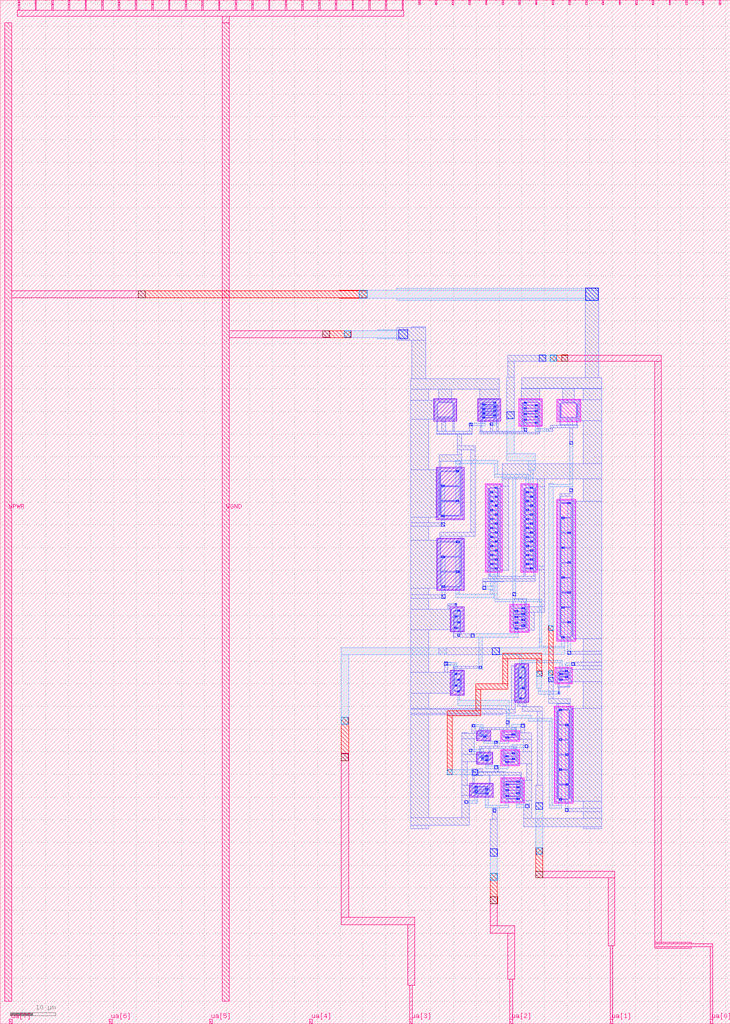
<source format=lef>
VERSION 5.7 ;
  NOWIREEXTENSIONATPIN ON ;
  DIVIDERCHAR "/" ;
  BUSBITCHARS "[]" ;
MACRO tt_um_alfiero88_CurrentTrigger
  CLASS BLOCK ;
  FOREIGN tt_um_alfiero88_CurrentTrigger ;
  ORIGIN 0.000 0.000 ;
  SIZE 161.000 BY 225.760 ;
  PIN clk
    DIRECTION INPUT ;
    USE SIGNAL ;
    PORT
      LAYER met4 ;
        RECT 154.870 224.760 155.170 225.760 ;
    END
  END clk
  PIN ena
    DIRECTION INPUT ;
    USE SIGNAL ;
    PORT
      LAYER met4 ;
        RECT 158.550 224.760 158.850 225.760 ;
    END
  END ena
  PIN rst_n
    DIRECTION INPUT ;
    USE SIGNAL ;
    PORT
      LAYER met4 ;
        RECT 151.190 224.760 151.490 225.760 ;
    END
  END rst_n
  PIN ua[0]
    DIRECTION INOUT ;
    USE SIGNAL ;
    ANTENNADIFFAREA 4.350000 ;
    PORT
      LAYER met4 ;
        RECT 156.560 0.000 157.160 1.000 ;
    END
  END ua[0]
  PIN ua[1]
    DIRECTION INOUT ;
    USE SIGNAL ;
    ANTENNAGATEAREA 6.000000 ;
    PORT
      LAYER met4 ;
        RECT 134.480 0.000 135.080 1.000 ;
    END
  END ua[1]
  PIN ua[2]
    DIRECTION INOUT ;
    USE SIGNAL ;
    ANTENNADIFFAREA 4.530000 ;
    PORT
      LAYER met4 ;
        RECT 112.400 0.000 113.000 1.000 ;
    END
  END ua[2]
  PIN ua[3]
    DIRECTION INOUT ;
    USE SIGNAL ;
    ANTENNADIFFAREA 10.312400 ;
    PORT
      LAYER met4 ;
        RECT 90.320 0.000 90.920 1.000 ;
    END
  END ua[3]
  PIN ua[4]
    DIRECTION INOUT ;
    USE SIGNAL ;
    PORT
      LAYER met4 ;
        RECT 68.240 0.000 68.840 1.000 ;
    END
  END ua[4]
  PIN ua[5]
    DIRECTION INOUT ;
    USE SIGNAL ;
    PORT
      LAYER met4 ;
        RECT 46.160 0.000 46.760 1.000 ;
    END
  END ua[5]
  PIN ua[6]
    DIRECTION INOUT ;
    USE SIGNAL ;
    PORT
      LAYER met4 ;
        RECT 24.080 0.000 24.680 1.000 ;
    END
  END ua[6]
  PIN ua[7]
    DIRECTION INOUT ;
    USE SIGNAL ;
    PORT
      LAYER met4 ;
        RECT 2.000 0.000 2.600 1.000 ;
    END
  END ua[7]
  PIN ui_in[0]
    DIRECTION INPUT ;
    USE SIGNAL ;
    PORT
      LAYER met4 ;
        RECT 147.510 224.760 147.810 225.760 ;
    END
  END ui_in[0]
  PIN ui_in[1]
    DIRECTION INPUT ;
    USE SIGNAL ;
    PORT
      LAYER met4 ;
        RECT 143.830 224.760 144.130 225.760 ;
    END
  END ui_in[1]
  PIN ui_in[2]
    DIRECTION INPUT ;
    USE SIGNAL ;
    PORT
      LAYER met4 ;
        RECT 140.150 224.760 140.450 225.760 ;
    END
  END ui_in[2]
  PIN ui_in[3]
    DIRECTION INPUT ;
    USE SIGNAL ;
    PORT
      LAYER met4 ;
        RECT 136.470 224.760 136.770 225.760 ;
    END
  END ui_in[3]
  PIN ui_in[4]
    DIRECTION INPUT ;
    USE SIGNAL ;
    PORT
      LAYER met4 ;
        RECT 132.790 224.760 133.090 225.760 ;
    END
  END ui_in[4]
  PIN ui_in[5]
    DIRECTION INPUT ;
    USE SIGNAL ;
    PORT
      LAYER met4 ;
        RECT 129.110 224.760 129.410 225.760 ;
    END
  END ui_in[5]
  PIN ui_in[6]
    DIRECTION INPUT ;
    USE SIGNAL ;
    PORT
      LAYER met4 ;
        RECT 125.430 224.760 125.730 225.760 ;
    END
  END ui_in[6]
  PIN ui_in[7]
    DIRECTION INPUT ;
    USE SIGNAL ;
    PORT
      LAYER met4 ;
        RECT 121.750 224.760 122.050 225.760 ;
    END
  END ui_in[7]
  PIN uio_in[0]
    DIRECTION INPUT ;
    USE SIGNAL ;
    PORT
      LAYER met4 ;
        RECT 118.070 224.760 118.370 225.760 ;
    END
  END uio_in[0]
  PIN uio_in[1]
    DIRECTION INPUT ;
    USE SIGNAL ;
    PORT
      LAYER met4 ;
        RECT 114.390 224.760 114.690 225.760 ;
    END
  END uio_in[1]
  PIN uio_in[2]
    DIRECTION INPUT ;
    USE SIGNAL ;
    PORT
      LAYER met4 ;
        RECT 110.710 224.760 111.010 225.760 ;
    END
  END uio_in[2]
  PIN uio_in[3]
    DIRECTION INPUT ;
    USE SIGNAL ;
    PORT
      LAYER met4 ;
        RECT 107.030 224.760 107.330 225.760 ;
    END
  END uio_in[3]
  PIN uio_in[4]
    DIRECTION INPUT ;
    USE SIGNAL ;
    PORT
      LAYER met4 ;
        RECT 103.350 224.760 103.650 225.760 ;
    END
  END uio_in[4]
  PIN uio_in[5]
    DIRECTION INPUT ;
    USE SIGNAL ;
    PORT
      LAYER met4 ;
        RECT 99.670 224.760 99.970 225.760 ;
    END
  END uio_in[5]
  PIN uio_in[6]
    DIRECTION INPUT ;
    USE SIGNAL ;
    PORT
      LAYER met4 ;
        RECT 95.990 224.760 96.290 225.760 ;
    END
  END uio_in[6]
  PIN uio_in[7]
    DIRECTION INPUT ;
    USE SIGNAL ;
    PORT
      LAYER met4 ;
        RECT 92.310 224.760 92.610 225.760 ;
    END
  END uio_in[7]
  PIN uio_oe[0]
    DIRECTION OUTPUT ;
    USE SIGNAL ;
    ANTENNADIFFAREA 41.144600 ;
    PORT
      LAYER met4 ;
        RECT 29.750 224.760 30.050 225.760 ;
    END
  END uio_oe[0]
  PIN uio_oe[1]
    DIRECTION OUTPUT ;
    USE SIGNAL ;
    ANTENNADIFFAREA 41.144600 ;
    PORT
      LAYER met4 ;
        RECT 26.070 224.760 26.370 225.760 ;
    END
  END uio_oe[1]
  PIN uio_oe[2]
    DIRECTION OUTPUT ;
    USE SIGNAL ;
    ANTENNADIFFAREA 41.144600 ;
    PORT
      LAYER met4 ;
        RECT 22.390 224.760 22.690 225.760 ;
    END
  END uio_oe[2]
  PIN uio_oe[3]
    DIRECTION OUTPUT ;
    USE SIGNAL ;
    ANTENNADIFFAREA 41.144600 ;
    PORT
      LAYER met4 ;
        RECT 18.710 224.760 19.010 225.760 ;
    END
  END uio_oe[3]
  PIN uio_oe[4]
    DIRECTION OUTPUT ;
    USE SIGNAL ;
    ANTENNADIFFAREA 41.144600 ;
    PORT
      LAYER met4 ;
        RECT 15.030 224.760 15.330 225.760 ;
    END
  END uio_oe[4]
  PIN uio_oe[5]
    DIRECTION OUTPUT ;
    USE SIGNAL ;
    ANTENNADIFFAREA 41.144600 ;
    PORT
      LAYER met4 ;
        RECT 11.350 224.760 11.650 225.760 ;
    END
  END uio_oe[5]
  PIN uio_oe[6]
    DIRECTION OUTPUT ;
    USE SIGNAL ;
    ANTENNADIFFAREA 41.144600 ;
    PORT
      LAYER met4 ;
        RECT 7.670 224.760 7.970 225.760 ;
    END
  END uio_oe[6]
  PIN uio_oe[7]
    DIRECTION OUTPUT ;
    USE SIGNAL ;
    ANTENNADIFFAREA 41.144600 ;
    PORT
      LAYER met4 ;
        RECT 3.990 224.760 4.290 225.760 ;
    END
  END uio_oe[7]
  PIN uio_out[0]
    DIRECTION OUTPUT ;
    USE SIGNAL ;
    ANTENNADIFFAREA 41.144600 ;
    PORT
      LAYER met4 ;
        RECT 59.190 224.760 59.490 225.760 ;
    END
  END uio_out[0]
  PIN uio_out[1]
    DIRECTION OUTPUT ;
    USE SIGNAL ;
    ANTENNADIFFAREA 41.144600 ;
    PORT
      LAYER met4 ;
        RECT 55.510 224.760 55.810 225.760 ;
    END
  END uio_out[1]
  PIN uio_out[2]
    DIRECTION OUTPUT ;
    USE SIGNAL ;
    ANTENNADIFFAREA 41.144600 ;
    PORT
      LAYER met4 ;
        RECT 51.830 224.760 52.130 225.760 ;
    END
  END uio_out[2]
  PIN uio_out[3]
    DIRECTION OUTPUT ;
    USE SIGNAL ;
    ANTENNADIFFAREA 41.144600 ;
    PORT
      LAYER met4 ;
        RECT 48.150 224.760 48.450 225.760 ;
    END
  END uio_out[3]
  PIN uio_out[4]
    DIRECTION OUTPUT ;
    USE SIGNAL ;
    ANTENNADIFFAREA 41.144600 ;
    PORT
      LAYER met4 ;
        RECT 44.470 224.760 44.770 225.760 ;
    END
  END uio_out[4]
  PIN uio_out[5]
    DIRECTION OUTPUT ;
    USE SIGNAL ;
    ANTENNADIFFAREA 41.144600 ;
    PORT
      LAYER met4 ;
        RECT 40.790 224.760 41.090 225.760 ;
    END
  END uio_out[5]
  PIN uio_out[6]
    DIRECTION OUTPUT ;
    USE SIGNAL ;
    ANTENNADIFFAREA 41.144600 ;
    PORT
      LAYER met4 ;
        RECT 37.110 224.760 37.410 225.760 ;
    END
  END uio_out[6]
  PIN uio_out[7]
    DIRECTION OUTPUT ;
    USE SIGNAL ;
    ANTENNADIFFAREA 41.144600 ;
    PORT
      LAYER met4 ;
        RECT 33.430 224.760 33.730 225.760 ;
    END
  END uio_out[7]
  PIN uo_out[0]
    DIRECTION OUTPUT ;
    USE SIGNAL ;
    ANTENNADIFFAREA 41.144600 ;
    PORT
      LAYER met4 ;
        RECT 88.630 224.760 88.930 225.760 ;
    END
  END uo_out[0]
  PIN uo_out[1]
    DIRECTION OUTPUT ;
    USE SIGNAL ;
    ANTENNADIFFAREA 41.144600 ;
    PORT
      LAYER met4 ;
        RECT 84.950 224.760 85.250 225.760 ;
    END
  END uo_out[1]
  PIN uo_out[2]
    DIRECTION OUTPUT ;
    USE SIGNAL ;
    ANTENNADIFFAREA 41.144600 ;
    PORT
      LAYER met4 ;
        RECT 81.270 224.760 81.570 225.760 ;
    END
  END uo_out[2]
  PIN uo_out[3]
    DIRECTION OUTPUT ;
    USE SIGNAL ;
    ANTENNADIFFAREA 41.144600 ;
    PORT
      LAYER met4 ;
        RECT 77.590 224.760 77.890 225.760 ;
    END
  END uo_out[3]
  PIN uo_out[4]
    DIRECTION OUTPUT ;
    USE SIGNAL ;
    ANTENNADIFFAREA 41.144600 ;
    PORT
      LAYER met4 ;
        RECT 73.910 224.760 74.210 225.760 ;
    END
  END uo_out[4]
  PIN uo_out[5]
    DIRECTION OUTPUT ;
    USE SIGNAL ;
    ANTENNADIFFAREA 41.144600 ;
    PORT
      LAYER met4 ;
        RECT 70.230 224.760 70.530 225.760 ;
    END
  END uo_out[5]
  PIN uo_out[6]
    DIRECTION OUTPUT ;
    USE SIGNAL ;
    ANTENNADIFFAREA 41.144600 ;
    PORT
      LAYER met4 ;
        RECT 66.550 224.760 66.850 225.760 ;
    END
  END uo_out[6]
  PIN uo_out[7]
    DIRECTION OUTPUT ;
    USE SIGNAL ;
    ANTENNADIFFAREA 41.144600 ;
    PORT
      LAYER met4 ;
        RECT 62.870 224.760 63.170 225.760 ;
    END
  END uo_out[7]
  PIN VPWR
    DIRECTION INOUT ;
    USE POWER ;
    PORT
      LAYER met4 ;
        RECT 1.000 5.000 2.500 220.760 ;
    END
  END VPWR
  PIN VGND
    DIRECTION INOUT ;
    USE GROUND ;
    PORT
      LAYER met4 ;
        RECT 49.000 5.000 50.500 220.760 ;
    END
  END VGND
  OBS
      LAYER pwell ;
        RECT 95.610 132.920 100.710 137.880 ;
        RECT 105.270 132.850 110.370 137.880 ;
      LAYER nwell ;
        RECT 114.400 131.730 119.590 137.880 ;
        RECT 122.790 132.810 127.980 137.770 ;
      LAYER pwell ;
        RECT 96.190 111.170 102.290 122.710 ;
        RECT 96.250 95.570 102.350 107.110 ;
      LAYER nwell ;
        RECT 107.020 99.570 110.710 119.060 ;
        RECT 114.850 99.570 118.540 119.060 ;
      LAYER pwell ;
        RECT 99.240 86.420 102.340 91.960 ;
      LAYER nwell ;
        RECT 112.380 86.320 116.710 92.470 ;
        RECT 122.690 84.410 126.880 115.690 ;
      LAYER pwell ;
        RECT 99.270 72.450 102.370 77.990 ;
        RECT 113.510 70.900 116.610 79.440 ;
      LAYER nwell ;
        RECT 122.340 75.020 126.200 78.610 ;
      LAYER pwell ;
        RECT 105.040 62.460 108.140 64.570 ;
      LAYER nwell ;
        RECT 110.370 62.310 114.560 64.620 ;
      LAYER pwell ;
        RECT 105.040 57.260 108.640 59.890 ;
      LAYER nwell ;
        RECT 110.370 56.890 114.560 60.480 ;
      LAYER pwell ;
        RECT 103.600 49.950 108.700 53.060 ;
      LAYER nwell ;
        RECT 110.370 48.750 115.560 54.260 ;
        RECT 122.140 48.640 126.330 70.050 ;
      LAYER li1 ;
        RECT 105.900 137.700 109.750 137.750 ;
        RECT 115.040 137.700 118.940 137.730 ;
        RECT 95.790 137.530 100.530 137.700 ;
        RECT 95.790 137.250 95.960 137.530 ;
        RECT 95.750 133.560 95.960 137.250 ;
        RECT 96.640 136.960 99.680 137.130 ;
        RECT 96.300 133.900 96.470 136.900 ;
        RECT 99.850 133.900 100.020 136.900 ;
        RECT 96.640 133.670 99.680 133.840 ;
        RECT 95.790 133.270 95.960 133.560 ;
        RECT 100.360 133.270 100.530 137.530 ;
        RECT 95.790 133.100 100.530 133.270 ;
        RECT 105.450 137.530 110.190 137.700 ;
        RECT 105.450 133.200 105.620 137.530 ;
        RECT 105.960 136.640 106.130 136.970 ;
        RECT 106.300 136.960 109.340 137.130 ;
        RECT 106.300 136.480 109.340 136.650 ;
        RECT 105.960 135.680 106.130 136.010 ;
        RECT 106.300 136.000 109.340 136.170 ;
        RECT 109.510 136.160 109.680 136.490 ;
        RECT 106.300 135.520 109.340 135.690 ;
        RECT 105.960 134.720 106.130 135.050 ;
        RECT 106.300 135.040 109.340 135.210 ;
        RECT 109.510 135.200 109.680 135.530 ;
        RECT 106.300 134.560 109.340 134.730 ;
        RECT 105.960 133.760 106.130 134.090 ;
        RECT 106.300 134.080 109.340 134.250 ;
        RECT 109.510 134.240 109.680 134.570 ;
        RECT 106.300 133.600 109.340 133.770 ;
        RECT 110.020 133.200 110.190 137.530 ;
        RECT 105.450 133.030 110.190 133.200 ;
        RECT 114.580 137.530 119.410 137.700 ;
        RECT 114.580 132.080 114.750 137.530 ;
        RECT 115.475 136.960 118.515 137.130 ;
        RECT 115.090 136.550 115.260 136.900 ;
        RECT 118.730 136.550 118.900 136.900 ;
        RECT 115.475 136.320 118.515 136.490 ;
        RECT 115.090 135.910 115.260 136.260 ;
        RECT 118.730 135.910 118.900 136.260 ;
        RECT 115.475 135.680 118.515 135.850 ;
        RECT 115.090 135.270 115.260 135.620 ;
        RECT 118.730 135.270 118.900 135.620 ;
        RECT 115.475 135.040 118.515 135.210 ;
        RECT 115.090 134.630 115.260 134.980 ;
        RECT 118.730 134.630 118.900 134.980 ;
        RECT 115.475 134.400 118.515 134.570 ;
        RECT 115.090 133.990 115.260 134.340 ;
        RECT 118.730 133.990 118.900 134.340 ;
        RECT 115.475 133.760 118.515 133.930 ;
        RECT 115.090 133.350 115.260 133.700 ;
        RECT 118.730 133.350 118.900 133.700 ;
        RECT 115.475 133.120 118.515 133.290 ;
        RECT 115.090 132.710 115.260 133.060 ;
        RECT 118.730 132.710 118.900 133.060 ;
        RECT 115.475 132.480 118.515 132.650 ;
        RECT 119.240 132.080 119.410 137.530 ;
        RECT 122.970 137.420 127.800 137.590 ;
        RECT 122.970 133.160 123.140 137.420 ;
        RECT 127.630 137.130 127.800 137.420 ;
        RECT 123.865 136.850 126.905 137.020 ;
        RECT 123.480 133.790 123.650 136.790 ;
        RECT 127.120 133.790 127.290 136.790 ;
        RECT 123.865 133.560 126.905 133.730 ;
        RECT 127.630 133.450 127.830 137.130 ;
        RECT 127.630 133.160 127.800 133.450 ;
        RECT 122.970 132.990 127.800 133.160 ;
        RECT 114.580 131.910 119.410 132.080 ;
        RECT 96.370 122.360 102.110 122.530 ;
        RECT 96.370 122.080 96.540 122.360 ;
        RECT 96.300 111.800 96.540 122.080 ;
        RECT 97.220 121.790 101.260 121.960 ;
        RECT 96.880 118.730 97.050 121.730 ;
        RECT 101.430 118.730 101.600 121.730 ;
        RECT 97.220 118.500 101.260 118.670 ;
        RECT 96.880 115.440 97.050 118.440 ;
        RECT 101.430 115.440 101.600 118.440 ;
        RECT 97.220 115.210 101.260 115.380 ;
        RECT 96.880 112.150 97.050 115.150 ;
        RECT 101.430 112.150 101.600 115.150 ;
        RECT 97.220 111.920 101.260 112.090 ;
        RECT 96.370 111.520 96.540 111.800 ;
        RECT 101.940 111.520 102.110 122.360 ;
        RECT 96.370 111.350 102.110 111.520 ;
        RECT 107.200 118.710 110.530 118.880 ;
        RECT 96.430 106.760 102.170 106.930 ;
        RECT 96.430 106.470 96.600 106.760 ;
        RECT 96.360 96.210 96.600 106.470 ;
        RECT 97.280 106.190 101.320 106.360 ;
        RECT 96.940 103.130 97.110 106.130 ;
        RECT 101.490 103.130 101.660 106.130 ;
        RECT 97.280 102.900 101.320 103.070 ;
        RECT 96.940 99.840 97.110 102.840 ;
        RECT 101.490 99.840 101.660 102.840 ;
        RECT 97.280 99.610 101.320 99.780 ;
        RECT 96.940 96.550 97.110 99.550 ;
        RECT 101.490 96.550 101.660 99.550 ;
        RECT 97.280 96.320 101.320 96.490 ;
        RECT 96.430 95.920 96.600 96.210 ;
        RECT 102.000 95.920 102.170 106.760 ;
        RECT 107.200 99.920 107.370 118.710 ;
        RECT 110.360 118.450 110.530 118.710 ;
        RECT 115.030 118.710 118.360 118.880 ;
        RECT 108.095 118.140 109.635 118.310 ;
        RECT 107.710 117.380 107.880 118.080 ;
        RECT 109.850 117.380 110.020 118.080 ;
        RECT 108.095 117.150 109.635 117.320 ;
        RECT 107.710 116.390 107.880 117.090 ;
        RECT 109.850 116.390 110.020 117.090 ;
        RECT 108.095 116.160 109.635 116.330 ;
        RECT 107.710 115.400 107.880 116.100 ;
        RECT 109.850 115.400 110.020 116.100 ;
        RECT 108.095 115.170 109.635 115.340 ;
        RECT 107.710 114.410 107.880 115.110 ;
        RECT 109.850 114.410 110.020 115.110 ;
        RECT 108.095 114.180 109.635 114.350 ;
        RECT 107.710 113.420 107.880 114.120 ;
        RECT 109.850 113.420 110.020 114.120 ;
        RECT 108.095 113.190 109.635 113.360 ;
        RECT 107.710 112.430 107.880 113.130 ;
        RECT 109.850 112.430 110.020 113.130 ;
        RECT 108.095 112.200 109.635 112.370 ;
        RECT 107.710 111.440 107.880 112.140 ;
        RECT 109.850 111.440 110.020 112.140 ;
        RECT 108.095 111.210 109.635 111.380 ;
        RECT 107.710 110.450 107.880 111.150 ;
        RECT 109.850 110.450 110.020 111.150 ;
        RECT 108.095 110.220 109.635 110.390 ;
        RECT 107.710 109.460 107.880 110.160 ;
        RECT 109.850 109.460 110.020 110.160 ;
        RECT 108.095 109.230 109.635 109.400 ;
        RECT 107.710 108.470 107.880 109.170 ;
        RECT 109.850 108.470 110.020 109.170 ;
        RECT 108.095 108.240 109.635 108.410 ;
        RECT 107.710 107.480 107.880 108.180 ;
        RECT 109.850 107.480 110.020 108.180 ;
        RECT 108.095 107.250 109.635 107.420 ;
        RECT 107.710 106.490 107.880 107.190 ;
        RECT 109.850 106.490 110.020 107.190 ;
        RECT 108.095 106.260 109.635 106.430 ;
        RECT 107.710 105.500 107.880 106.200 ;
        RECT 109.850 105.500 110.020 106.200 ;
        RECT 108.095 105.270 109.635 105.440 ;
        RECT 107.710 104.510 107.880 105.210 ;
        RECT 109.850 104.510 110.020 105.210 ;
        RECT 108.095 104.280 109.635 104.450 ;
        RECT 107.710 103.520 107.880 104.220 ;
        RECT 109.850 103.520 110.020 104.220 ;
        RECT 108.095 103.290 109.635 103.460 ;
        RECT 107.710 102.530 107.880 103.230 ;
        RECT 109.850 102.530 110.020 103.230 ;
        RECT 108.095 102.300 109.635 102.470 ;
        RECT 107.710 101.540 107.880 102.240 ;
        RECT 109.850 101.540 110.020 102.240 ;
        RECT 108.095 101.310 109.635 101.480 ;
        RECT 107.710 100.550 107.880 101.250 ;
        RECT 109.850 100.550 110.020 101.250 ;
        RECT 108.095 100.320 109.635 100.490 ;
        RECT 110.360 100.180 110.770 118.450 ;
        RECT 110.360 99.920 110.530 100.180 ;
        RECT 107.200 99.750 110.530 99.920 ;
        RECT 115.030 99.920 115.200 118.710 ;
        RECT 118.190 118.310 118.360 118.710 ;
        RECT 115.925 118.140 117.465 118.310 ;
        RECT 115.540 117.380 115.710 118.080 ;
        RECT 117.680 117.380 117.850 118.080 ;
        RECT 115.925 117.150 117.465 117.320 ;
        RECT 115.540 116.390 115.710 117.090 ;
        RECT 117.680 116.390 117.850 117.090 ;
        RECT 115.925 116.160 117.465 116.330 ;
        RECT 115.540 115.400 115.710 116.100 ;
        RECT 117.680 115.400 117.850 116.100 ;
        RECT 115.925 115.170 117.465 115.340 ;
        RECT 115.540 114.410 115.710 115.110 ;
        RECT 117.680 114.410 117.850 115.110 ;
        RECT 115.925 114.180 117.465 114.350 ;
        RECT 115.540 113.420 115.710 114.120 ;
        RECT 117.680 113.420 117.850 114.120 ;
        RECT 115.925 113.190 117.465 113.360 ;
        RECT 115.540 112.430 115.710 113.130 ;
        RECT 117.680 112.430 117.850 113.130 ;
        RECT 115.925 112.200 117.465 112.370 ;
        RECT 115.540 111.440 115.710 112.140 ;
        RECT 117.680 111.440 117.850 112.140 ;
        RECT 115.925 111.210 117.465 111.380 ;
        RECT 115.540 110.450 115.710 111.150 ;
        RECT 117.680 110.450 117.850 111.150 ;
        RECT 115.925 110.220 117.465 110.390 ;
        RECT 115.540 109.460 115.710 110.160 ;
        RECT 117.680 109.460 117.850 110.160 ;
        RECT 115.925 109.230 117.465 109.400 ;
        RECT 115.540 108.470 115.710 109.170 ;
        RECT 117.680 108.470 117.850 109.170 ;
        RECT 115.925 108.240 117.465 108.410 ;
        RECT 115.540 107.480 115.710 108.180 ;
        RECT 117.680 107.480 117.850 108.180 ;
        RECT 115.925 107.250 117.465 107.420 ;
        RECT 115.540 106.490 115.710 107.190 ;
        RECT 117.680 106.490 117.850 107.190 ;
        RECT 115.925 106.260 117.465 106.430 ;
        RECT 115.540 105.500 115.710 106.200 ;
        RECT 117.680 105.500 117.850 106.200 ;
        RECT 115.925 105.270 117.465 105.440 ;
        RECT 115.540 104.510 115.710 105.210 ;
        RECT 117.680 104.510 117.850 105.210 ;
        RECT 115.925 104.280 117.465 104.450 ;
        RECT 115.540 103.520 115.710 104.220 ;
        RECT 117.680 103.520 117.850 104.220 ;
        RECT 115.925 103.290 117.465 103.460 ;
        RECT 115.540 102.530 115.710 103.230 ;
        RECT 117.680 102.530 117.850 103.230 ;
        RECT 115.925 102.300 117.465 102.470 ;
        RECT 115.540 101.540 115.710 102.240 ;
        RECT 117.680 101.540 117.850 102.240 ;
        RECT 115.925 101.310 117.465 101.480 ;
        RECT 115.540 100.550 115.710 101.250 ;
        RECT 117.680 100.550 117.850 101.250 ;
        RECT 115.925 100.320 117.465 100.490 ;
        RECT 118.180 100.210 118.480 118.310 ;
        RECT 122.870 115.340 126.700 115.510 ;
        RECT 118.190 99.920 118.360 100.210 ;
        RECT 115.030 99.750 118.360 99.920 ;
        RECT 96.430 95.750 102.170 95.920 ;
        RECT 112.560 92.120 116.530 92.290 ;
        RECT 99.420 91.610 102.160 91.780 ;
        RECT 99.420 91.340 99.590 91.610 ;
        RECT 99.360 87.040 99.590 91.340 ;
        RECT 100.270 91.040 101.310 91.210 ;
        RECT 99.930 89.980 100.100 90.980 ;
        RECT 101.480 89.980 101.650 90.980 ;
        RECT 100.270 89.750 101.310 89.920 ;
        RECT 99.930 88.690 100.100 89.690 ;
        RECT 101.480 88.690 101.650 89.690 ;
        RECT 100.270 88.460 101.310 88.630 ;
        RECT 99.930 87.400 100.100 88.400 ;
        RECT 101.480 87.400 101.650 88.400 ;
        RECT 100.270 87.170 101.310 87.340 ;
        RECT 99.420 86.770 99.590 87.040 ;
        RECT 101.990 86.770 102.160 91.610 ;
        RECT 99.420 86.600 102.160 86.770 ;
        RECT 112.560 86.670 112.730 92.120 ;
        RECT 116.360 91.870 116.530 92.120 ;
        RECT 113.455 91.550 115.635 91.720 ;
        RECT 113.070 91.140 113.240 91.490 ;
        RECT 115.850 91.140 116.020 91.490 ;
        RECT 113.455 90.910 115.635 91.080 ;
        RECT 113.070 90.500 113.240 90.850 ;
        RECT 115.850 90.500 116.020 90.850 ;
        RECT 113.455 90.270 115.635 90.440 ;
        RECT 113.070 89.860 113.240 90.210 ;
        RECT 115.850 89.860 116.020 90.210 ;
        RECT 113.455 89.630 115.635 89.800 ;
        RECT 113.070 89.220 113.240 89.570 ;
        RECT 115.850 89.220 116.020 89.570 ;
        RECT 113.455 88.990 115.635 89.160 ;
        RECT 113.070 88.580 113.240 88.930 ;
        RECT 115.850 88.580 116.020 88.930 ;
        RECT 113.455 88.350 115.635 88.520 ;
        RECT 113.070 87.940 113.240 88.290 ;
        RECT 115.850 87.940 116.020 88.290 ;
        RECT 113.455 87.710 115.635 87.880 ;
        RECT 113.070 87.300 113.240 87.650 ;
        RECT 115.850 87.300 116.020 87.650 ;
        RECT 113.455 87.070 115.635 87.240 ;
        RECT 116.360 86.920 116.620 91.870 ;
        RECT 116.360 86.670 116.530 86.920 ;
        RECT 112.560 86.500 116.530 86.670 ;
        RECT 122.870 84.760 123.040 115.340 ;
        RECT 126.530 115.060 126.700 115.340 ;
        RECT 123.765 114.770 125.805 114.940 ;
        RECT 123.380 111.710 123.550 114.710 ;
        RECT 126.020 111.710 126.190 114.710 ;
        RECT 123.765 111.480 125.805 111.650 ;
        RECT 123.380 108.420 123.550 111.420 ;
        RECT 126.020 108.420 126.190 111.420 ;
        RECT 123.765 108.190 125.805 108.360 ;
        RECT 123.380 105.130 123.550 108.130 ;
        RECT 126.020 105.130 126.190 108.130 ;
        RECT 123.765 104.900 125.805 105.070 ;
        RECT 123.380 101.840 123.550 104.840 ;
        RECT 126.020 101.840 126.190 104.840 ;
        RECT 123.765 101.610 125.805 101.780 ;
        RECT 123.380 98.550 123.550 101.550 ;
        RECT 126.020 98.550 126.190 101.550 ;
        RECT 123.765 98.320 125.805 98.490 ;
        RECT 123.380 95.260 123.550 98.260 ;
        RECT 126.020 95.260 126.190 98.260 ;
        RECT 123.765 95.030 125.805 95.200 ;
        RECT 123.380 91.970 123.550 94.970 ;
        RECT 126.020 91.970 126.190 94.970 ;
        RECT 123.765 91.740 125.805 91.910 ;
        RECT 123.380 88.680 123.550 91.680 ;
        RECT 126.020 88.680 126.190 91.680 ;
        RECT 123.765 88.450 125.805 88.620 ;
        RECT 123.380 85.390 123.550 88.390 ;
        RECT 126.020 85.390 126.190 88.390 ;
        RECT 123.765 85.160 125.805 85.330 ;
        RECT 126.530 85.020 126.770 115.060 ;
        RECT 126.530 84.760 126.700 85.020 ;
        RECT 122.870 84.590 126.700 84.760 ;
        RECT 113.690 79.090 116.430 79.260 ;
        RECT 113.690 78.840 113.860 79.090 ;
        RECT 99.450 77.640 102.190 77.810 ;
        RECT 99.450 77.390 99.620 77.640 ;
        RECT 99.300 73.050 99.620 77.390 ;
        RECT 100.300 77.070 101.340 77.240 ;
        RECT 99.960 76.010 100.130 77.010 ;
        RECT 101.510 76.010 101.680 77.010 ;
        RECT 100.300 75.780 101.340 75.950 ;
        RECT 99.960 74.720 100.130 75.720 ;
        RECT 101.510 74.720 101.680 75.720 ;
        RECT 100.300 74.490 101.340 74.660 ;
        RECT 99.960 73.430 100.130 74.430 ;
        RECT 101.510 73.430 101.680 74.430 ;
        RECT 100.300 73.200 101.340 73.370 ;
        RECT 99.450 72.800 99.620 73.050 ;
        RECT 102.020 72.800 102.190 77.640 ;
        RECT 99.450 72.630 102.190 72.800 ;
        RECT 113.620 71.480 113.860 78.840 ;
        RECT 114.540 78.520 115.580 78.690 ;
        RECT 114.200 76.460 114.370 78.460 ;
        RECT 115.750 76.460 115.920 78.460 ;
        RECT 114.540 76.230 115.580 76.400 ;
        RECT 114.200 74.170 114.370 76.170 ;
        RECT 115.750 74.170 115.920 76.170 ;
        RECT 114.540 73.940 115.580 74.110 ;
        RECT 114.200 71.880 114.370 73.880 ;
        RECT 115.750 71.880 115.920 73.880 ;
        RECT 114.540 71.650 115.580 71.820 ;
        RECT 113.690 71.250 113.860 71.480 ;
        RECT 116.260 71.250 116.430 79.090 ;
        RECT 122.520 78.260 126.020 78.430 ;
        RECT 122.520 75.370 122.690 78.260 ;
        RECT 125.850 78.000 126.020 78.260 ;
        RECT 123.415 77.690 125.125 77.860 ;
        RECT 123.030 77.280 123.200 77.630 ;
        RECT 125.340 77.280 125.510 77.630 ;
        RECT 123.415 77.050 125.125 77.220 ;
        RECT 123.030 76.640 123.200 76.990 ;
        RECT 125.340 76.640 125.510 76.990 ;
        RECT 123.415 76.410 125.125 76.580 ;
        RECT 123.030 76.000 123.200 76.350 ;
        RECT 125.340 76.000 125.510 76.350 ;
        RECT 123.415 75.770 125.125 75.940 ;
        RECT 125.850 75.630 126.100 78.000 ;
        RECT 125.850 75.370 126.020 75.630 ;
        RECT 122.520 75.200 126.020 75.370 ;
        RECT 113.690 71.080 116.430 71.250 ;
        RECT 122.320 69.700 126.150 69.870 ;
        RECT 105.220 64.220 107.960 64.390 ;
        RECT 105.220 63.990 105.390 64.220 ;
        RECT 104.990 63.040 105.390 63.990 ;
        RECT 105.730 63.350 105.900 63.680 ;
        RECT 106.070 63.650 107.110 63.820 ;
        RECT 106.070 63.210 107.110 63.380 ;
        RECT 107.280 63.350 107.450 63.680 ;
        RECT 105.220 62.810 105.390 63.040 ;
        RECT 107.790 62.810 107.960 64.220 ;
        RECT 105.220 62.640 107.960 62.810 ;
        RECT 110.550 64.270 114.380 64.440 ;
        RECT 110.550 62.660 110.720 64.270 ;
        RECT 114.210 64.030 114.380 64.270 ;
        RECT 111.445 63.700 113.485 63.870 ;
        RECT 111.060 63.290 111.230 63.640 ;
        RECT 113.700 63.290 113.870 63.640 ;
        RECT 111.445 63.060 113.485 63.230 ;
        RECT 114.210 62.920 114.480 64.030 ;
        RECT 114.210 62.660 114.380 62.920 ;
        RECT 110.550 62.490 114.380 62.660 ;
        RECT 110.550 60.130 114.380 60.300 ;
        RECT 105.220 59.540 108.460 59.710 ;
        RECT 105.220 59.300 105.390 59.540 ;
        RECT 104.970 57.850 105.390 59.300 ;
        RECT 105.730 58.650 105.900 58.980 ;
        RECT 106.070 58.970 107.610 59.140 ;
        RECT 106.070 58.490 107.610 58.660 ;
        RECT 106.070 58.010 107.610 58.180 ;
        RECT 107.780 58.170 107.950 58.500 ;
        RECT 105.220 57.610 105.390 57.850 ;
        RECT 108.290 57.610 108.460 59.540 ;
        RECT 105.220 57.440 108.460 57.610 ;
        RECT 110.550 57.240 110.720 60.130 ;
        RECT 114.210 59.880 114.380 60.130 ;
        RECT 111.445 59.560 113.485 59.730 ;
        RECT 111.060 59.150 111.230 59.500 ;
        RECT 113.700 59.150 113.870 59.500 ;
        RECT 111.445 58.920 113.485 59.090 ;
        RECT 111.060 58.510 111.230 58.860 ;
        RECT 113.700 58.510 113.870 58.860 ;
        RECT 111.445 58.280 113.485 58.450 ;
        RECT 111.060 57.870 111.230 58.220 ;
        RECT 113.700 57.870 113.870 58.220 ;
        RECT 111.445 57.640 113.485 57.810 ;
        RECT 114.210 57.480 114.450 59.880 ;
        RECT 114.210 57.240 114.380 57.480 ;
        RECT 110.550 57.070 114.380 57.240 ;
        RECT 110.550 53.910 115.380 54.080 ;
        RECT 103.780 52.710 108.520 52.880 ;
        RECT 103.780 52.450 103.950 52.710 ;
        RECT 103.460 50.550 103.950 52.450 ;
        RECT 104.290 51.820 104.460 52.150 ;
        RECT 104.630 52.140 107.670 52.310 ;
        RECT 104.630 51.660 107.670 51.830 ;
        RECT 104.290 50.860 104.460 51.190 ;
        RECT 104.630 51.180 107.670 51.350 ;
        RECT 107.840 51.340 108.010 51.670 ;
        RECT 104.630 50.700 107.670 50.870 ;
        RECT 103.780 50.300 103.950 50.550 ;
        RECT 108.350 50.300 108.520 52.710 ;
        RECT 103.780 50.130 108.520 50.300 ;
        RECT 110.550 49.100 110.720 53.910 ;
        RECT 115.210 53.650 115.380 53.910 ;
        RECT 111.445 53.340 114.485 53.510 ;
        RECT 111.060 52.930 111.230 53.280 ;
        RECT 114.700 52.930 114.870 53.280 ;
        RECT 111.445 52.700 114.485 52.870 ;
        RECT 111.060 52.290 111.230 52.640 ;
        RECT 114.700 52.290 114.870 52.640 ;
        RECT 111.445 52.060 114.485 52.230 ;
        RECT 111.060 51.650 111.230 52.000 ;
        RECT 114.700 51.650 114.870 52.000 ;
        RECT 111.445 51.420 114.485 51.590 ;
        RECT 111.060 51.010 111.230 51.360 ;
        RECT 114.700 51.010 114.870 51.360 ;
        RECT 111.445 50.780 114.485 50.950 ;
        RECT 111.060 50.370 111.230 50.720 ;
        RECT 114.700 50.370 114.870 50.720 ;
        RECT 111.445 50.140 114.485 50.310 ;
        RECT 111.060 49.730 111.230 50.080 ;
        RECT 114.700 49.730 114.870 50.080 ;
        RECT 111.445 49.500 114.485 49.670 ;
        RECT 115.210 49.370 115.440 53.650 ;
        RECT 115.210 49.100 115.380 49.370 ;
        RECT 110.550 48.930 115.380 49.100 ;
        RECT 122.320 48.990 122.490 69.700 ;
        RECT 125.980 69.430 126.150 69.700 ;
        RECT 123.215 69.130 125.255 69.300 ;
        RECT 122.830 66.070 123.000 69.070 ;
        RECT 125.470 66.070 125.640 69.070 ;
        RECT 123.215 65.840 125.255 66.010 ;
        RECT 122.830 62.780 123.000 65.780 ;
        RECT 125.470 62.780 125.640 65.780 ;
        RECT 123.215 62.550 125.255 62.720 ;
        RECT 122.830 59.490 123.000 62.490 ;
        RECT 125.470 59.490 125.640 62.490 ;
        RECT 123.215 59.260 125.255 59.430 ;
        RECT 122.830 56.200 123.000 59.200 ;
        RECT 125.470 56.200 125.640 59.200 ;
        RECT 123.215 55.970 125.255 56.140 ;
        RECT 122.830 52.910 123.000 55.910 ;
        RECT 125.470 52.910 125.640 55.910 ;
        RECT 123.215 52.680 125.255 52.850 ;
        RECT 122.830 49.620 123.000 52.620 ;
        RECT 125.470 49.620 125.640 52.620 ;
        RECT 123.215 49.390 125.255 49.560 ;
        RECT 125.980 49.250 126.230 69.430 ;
        RECT 125.980 48.990 126.150 49.250 ;
        RECT 122.320 48.820 126.150 48.990 ;
      LAYER mcon ;
        RECT 96.720 136.960 99.600 137.130 ;
        RECT 96.300 133.980 96.470 136.820 ;
        RECT 99.850 133.980 100.020 136.820 ;
        RECT 96.720 133.670 99.600 133.840 ;
        RECT 105.900 137.530 109.750 137.750 ;
        RECT 106.380 136.960 109.260 137.130 ;
        RECT 105.960 136.720 106.130 136.890 ;
        RECT 106.380 136.480 109.260 136.650 ;
        RECT 109.510 136.240 109.680 136.410 ;
        RECT 106.380 136.000 109.260 136.170 ;
        RECT 105.960 135.760 106.130 135.930 ;
        RECT 106.380 135.520 109.260 135.690 ;
        RECT 109.510 135.280 109.680 135.450 ;
        RECT 106.380 135.040 109.260 135.210 ;
        RECT 105.960 134.800 106.130 134.970 ;
        RECT 106.380 134.560 109.260 134.730 ;
        RECT 109.510 134.320 109.680 134.490 ;
        RECT 106.380 134.080 109.260 134.250 ;
        RECT 105.960 133.840 106.130 134.010 ;
        RECT 106.380 133.600 109.260 133.770 ;
        RECT 115.040 137.530 118.940 137.730 ;
        RECT 115.555 136.960 118.435 137.130 ;
        RECT 115.090 136.630 115.260 136.820 ;
        RECT 118.730 136.630 118.900 136.820 ;
        RECT 115.555 136.320 118.435 136.490 ;
        RECT 115.090 135.990 115.260 136.180 ;
        RECT 118.730 135.990 118.900 136.180 ;
        RECT 115.555 135.680 118.435 135.850 ;
        RECT 115.090 135.350 115.260 135.540 ;
        RECT 118.730 135.350 118.900 135.540 ;
        RECT 115.555 135.040 118.435 135.210 ;
        RECT 115.090 134.710 115.260 134.900 ;
        RECT 118.730 134.710 118.900 134.900 ;
        RECT 115.555 134.400 118.435 134.570 ;
        RECT 115.090 134.070 115.260 134.260 ;
        RECT 118.730 134.070 118.900 134.260 ;
        RECT 115.555 133.760 118.435 133.930 ;
        RECT 115.090 133.430 115.260 133.620 ;
        RECT 118.730 133.430 118.900 133.620 ;
        RECT 115.555 133.120 118.435 133.290 ;
        RECT 115.090 132.790 115.260 132.980 ;
        RECT 118.730 132.790 118.900 132.980 ;
        RECT 115.555 132.480 118.435 132.650 ;
        RECT 123.945 136.850 126.825 137.020 ;
        RECT 123.480 133.870 123.650 136.710 ;
        RECT 127.120 133.870 127.290 136.710 ;
        RECT 123.945 133.560 126.825 133.730 ;
        RECT 97.300 121.790 101.180 121.960 ;
        RECT 96.880 118.810 97.050 121.650 ;
        RECT 101.430 118.810 101.600 121.650 ;
        RECT 97.300 118.500 101.180 118.670 ;
        RECT 96.880 115.520 97.050 118.360 ;
        RECT 101.430 115.520 101.600 118.360 ;
        RECT 97.300 115.210 101.180 115.380 ;
        RECT 96.880 112.230 97.050 115.070 ;
        RECT 101.430 112.230 101.600 115.070 ;
        RECT 97.300 111.920 101.180 112.090 ;
        RECT 97.360 106.190 101.240 106.360 ;
        RECT 96.940 103.210 97.110 106.050 ;
        RECT 101.490 103.210 101.660 106.050 ;
        RECT 97.360 102.900 101.240 103.070 ;
        RECT 96.940 99.920 97.110 102.760 ;
        RECT 101.490 99.920 101.660 102.760 ;
        RECT 97.360 99.610 101.240 99.780 ;
        RECT 96.940 96.630 97.110 99.470 ;
        RECT 101.490 96.630 101.660 99.470 ;
        RECT 97.360 96.320 101.240 96.490 ;
        RECT 108.175 118.140 109.555 118.310 ;
        RECT 107.710 117.460 107.880 118.000 ;
        RECT 109.850 117.460 110.020 118.000 ;
        RECT 108.175 117.150 109.555 117.320 ;
        RECT 107.710 116.470 107.880 117.010 ;
        RECT 109.850 116.470 110.020 117.010 ;
        RECT 108.175 116.160 109.555 116.330 ;
        RECT 107.710 115.480 107.880 116.020 ;
        RECT 109.850 115.480 110.020 116.020 ;
        RECT 108.175 115.170 109.555 115.340 ;
        RECT 107.710 114.490 107.880 115.030 ;
        RECT 109.850 114.490 110.020 115.030 ;
        RECT 108.175 114.180 109.555 114.350 ;
        RECT 107.710 113.500 107.880 114.040 ;
        RECT 109.850 113.500 110.020 114.040 ;
        RECT 108.175 113.190 109.555 113.360 ;
        RECT 107.710 112.510 107.880 113.050 ;
        RECT 109.850 112.510 110.020 113.050 ;
        RECT 108.175 112.200 109.555 112.370 ;
        RECT 107.710 111.520 107.880 112.060 ;
        RECT 109.850 111.520 110.020 112.060 ;
        RECT 108.175 111.210 109.555 111.380 ;
        RECT 107.710 110.530 107.880 111.070 ;
        RECT 109.850 110.530 110.020 111.070 ;
        RECT 108.175 110.220 109.555 110.390 ;
        RECT 107.710 109.540 107.880 110.080 ;
        RECT 109.850 109.540 110.020 110.080 ;
        RECT 108.175 109.230 109.555 109.400 ;
        RECT 107.710 108.550 107.880 109.090 ;
        RECT 109.850 108.550 110.020 109.090 ;
        RECT 108.175 108.240 109.555 108.410 ;
        RECT 107.710 107.560 107.880 108.100 ;
        RECT 109.850 107.560 110.020 108.100 ;
        RECT 108.175 107.250 109.555 107.420 ;
        RECT 107.710 106.570 107.880 107.110 ;
        RECT 109.850 106.570 110.020 107.110 ;
        RECT 108.175 106.260 109.555 106.430 ;
        RECT 107.710 105.580 107.880 106.120 ;
        RECT 109.850 105.580 110.020 106.120 ;
        RECT 108.175 105.270 109.555 105.440 ;
        RECT 107.710 104.590 107.880 105.130 ;
        RECT 109.850 104.590 110.020 105.130 ;
        RECT 108.175 104.280 109.555 104.450 ;
        RECT 107.710 103.600 107.880 104.140 ;
        RECT 109.850 103.600 110.020 104.140 ;
        RECT 108.175 103.290 109.555 103.460 ;
        RECT 107.710 102.610 107.880 103.150 ;
        RECT 109.850 102.610 110.020 103.150 ;
        RECT 108.175 102.300 109.555 102.470 ;
        RECT 107.710 101.620 107.880 102.160 ;
        RECT 109.850 101.620 110.020 102.160 ;
        RECT 108.175 101.310 109.555 101.480 ;
        RECT 107.710 100.630 107.880 101.170 ;
        RECT 109.850 100.630 110.020 101.170 ;
        RECT 108.175 100.320 109.555 100.490 ;
        RECT 116.005 118.140 117.385 118.310 ;
        RECT 115.540 117.460 115.710 118.000 ;
        RECT 117.680 117.460 117.850 118.000 ;
        RECT 116.005 117.150 117.385 117.320 ;
        RECT 115.540 116.470 115.710 117.010 ;
        RECT 117.680 116.470 117.850 117.010 ;
        RECT 116.005 116.160 117.385 116.330 ;
        RECT 115.540 115.480 115.710 116.020 ;
        RECT 117.680 115.480 117.850 116.020 ;
        RECT 116.005 115.170 117.385 115.340 ;
        RECT 115.540 114.490 115.710 115.030 ;
        RECT 117.680 114.490 117.850 115.030 ;
        RECT 116.005 114.180 117.385 114.350 ;
        RECT 115.540 113.500 115.710 114.040 ;
        RECT 117.680 113.500 117.850 114.040 ;
        RECT 116.005 113.190 117.385 113.360 ;
        RECT 115.540 112.510 115.710 113.050 ;
        RECT 117.680 112.510 117.850 113.050 ;
        RECT 116.005 112.200 117.385 112.370 ;
        RECT 115.540 111.520 115.710 112.060 ;
        RECT 117.680 111.520 117.850 112.060 ;
        RECT 116.005 111.210 117.385 111.380 ;
        RECT 115.540 110.530 115.710 111.070 ;
        RECT 117.680 110.530 117.850 111.070 ;
        RECT 116.005 110.220 117.385 110.390 ;
        RECT 115.540 109.540 115.710 110.080 ;
        RECT 117.680 109.540 117.850 110.080 ;
        RECT 116.005 109.230 117.385 109.400 ;
        RECT 115.540 108.550 115.710 109.090 ;
        RECT 117.680 108.550 117.850 109.090 ;
        RECT 116.005 108.240 117.385 108.410 ;
        RECT 115.540 107.560 115.710 108.100 ;
        RECT 117.680 107.560 117.850 108.100 ;
        RECT 116.005 107.250 117.385 107.420 ;
        RECT 115.540 106.570 115.710 107.110 ;
        RECT 117.680 106.570 117.850 107.110 ;
        RECT 116.005 106.260 117.385 106.430 ;
        RECT 115.540 105.580 115.710 106.120 ;
        RECT 117.680 105.580 117.850 106.120 ;
        RECT 116.005 105.270 117.385 105.440 ;
        RECT 115.540 104.590 115.710 105.130 ;
        RECT 117.680 104.590 117.850 105.130 ;
        RECT 116.005 104.280 117.385 104.450 ;
        RECT 115.540 103.600 115.710 104.140 ;
        RECT 117.680 103.600 117.850 104.140 ;
        RECT 116.005 103.290 117.385 103.460 ;
        RECT 115.540 102.610 115.710 103.150 ;
        RECT 117.680 102.610 117.850 103.150 ;
        RECT 116.005 102.300 117.385 102.470 ;
        RECT 115.540 101.620 115.710 102.160 ;
        RECT 117.680 101.620 117.850 102.160 ;
        RECT 116.005 101.310 117.385 101.480 ;
        RECT 115.540 100.630 115.710 101.170 ;
        RECT 117.680 100.630 117.850 101.170 ;
        RECT 116.005 100.320 117.385 100.490 ;
        RECT 100.350 91.040 101.230 91.210 ;
        RECT 99.930 90.060 100.100 90.900 ;
        RECT 101.480 90.060 101.650 90.900 ;
        RECT 100.350 89.750 101.230 89.920 ;
        RECT 99.930 88.770 100.100 89.610 ;
        RECT 101.480 88.770 101.650 89.610 ;
        RECT 100.350 88.460 101.230 88.630 ;
        RECT 99.930 87.480 100.100 88.320 ;
        RECT 101.480 87.480 101.650 88.320 ;
        RECT 100.350 87.170 101.230 87.340 ;
        RECT 113.535 91.550 115.555 91.720 ;
        RECT 113.070 91.220 113.240 91.410 ;
        RECT 115.850 91.220 116.020 91.410 ;
        RECT 113.535 90.910 115.555 91.080 ;
        RECT 113.070 90.580 113.240 90.770 ;
        RECT 115.850 90.580 116.020 90.770 ;
        RECT 113.535 90.270 115.555 90.440 ;
        RECT 113.070 89.940 113.240 90.130 ;
        RECT 115.850 89.940 116.020 90.130 ;
        RECT 113.535 89.630 115.555 89.800 ;
        RECT 113.070 89.300 113.240 89.490 ;
        RECT 115.850 89.300 116.020 89.490 ;
        RECT 113.535 88.990 115.555 89.160 ;
        RECT 113.070 88.660 113.240 88.850 ;
        RECT 115.850 88.660 116.020 88.850 ;
        RECT 113.535 88.350 115.555 88.520 ;
        RECT 113.070 88.020 113.240 88.210 ;
        RECT 115.850 88.020 116.020 88.210 ;
        RECT 113.535 87.710 115.555 87.880 ;
        RECT 113.070 87.380 113.240 87.570 ;
        RECT 115.850 87.380 116.020 87.570 ;
        RECT 113.535 87.070 115.555 87.240 ;
        RECT 123.845 114.770 125.725 114.940 ;
        RECT 123.380 111.790 123.550 114.630 ;
        RECT 126.020 111.790 126.190 114.630 ;
        RECT 123.845 111.480 125.725 111.650 ;
        RECT 123.380 108.500 123.550 111.340 ;
        RECT 126.020 108.500 126.190 111.340 ;
        RECT 123.845 108.190 125.725 108.360 ;
        RECT 123.380 105.210 123.550 108.050 ;
        RECT 126.020 105.210 126.190 108.050 ;
        RECT 123.845 104.900 125.725 105.070 ;
        RECT 123.380 101.920 123.550 104.760 ;
        RECT 126.020 101.920 126.190 104.760 ;
        RECT 123.845 101.610 125.725 101.780 ;
        RECT 123.380 98.630 123.550 101.470 ;
        RECT 126.020 98.630 126.190 101.470 ;
        RECT 123.845 98.320 125.725 98.490 ;
        RECT 123.380 95.340 123.550 98.180 ;
        RECT 126.020 95.340 126.190 98.180 ;
        RECT 123.845 95.030 125.725 95.200 ;
        RECT 123.380 92.050 123.550 94.890 ;
        RECT 126.020 92.050 126.190 94.890 ;
        RECT 123.845 91.740 125.725 91.910 ;
        RECT 123.380 88.760 123.550 91.600 ;
        RECT 126.020 88.760 126.190 91.600 ;
        RECT 123.845 88.450 125.725 88.620 ;
        RECT 123.380 85.470 123.550 88.310 ;
        RECT 126.020 85.470 126.190 88.310 ;
        RECT 123.845 85.160 125.725 85.330 ;
        RECT 100.380 77.070 101.260 77.240 ;
        RECT 99.960 76.090 100.130 76.930 ;
        RECT 101.510 76.090 101.680 76.930 ;
        RECT 100.380 75.780 101.260 75.950 ;
        RECT 99.960 74.800 100.130 75.640 ;
        RECT 101.510 74.800 101.680 75.640 ;
        RECT 100.380 74.490 101.260 74.660 ;
        RECT 99.960 73.510 100.130 74.350 ;
        RECT 101.510 73.510 101.680 74.350 ;
        RECT 100.380 73.200 101.260 73.370 ;
        RECT 114.620 78.520 115.500 78.690 ;
        RECT 114.200 76.540 114.370 78.380 ;
        RECT 115.750 76.540 115.920 78.380 ;
        RECT 114.620 76.230 115.500 76.400 ;
        RECT 114.200 74.250 114.370 76.090 ;
        RECT 115.750 74.250 115.920 76.090 ;
        RECT 114.620 73.940 115.500 74.110 ;
        RECT 114.200 71.960 114.370 73.800 ;
        RECT 115.750 71.960 115.920 73.800 ;
        RECT 114.620 71.650 115.500 71.820 ;
        RECT 123.495 77.690 125.045 77.860 ;
        RECT 123.030 77.360 123.200 77.550 ;
        RECT 125.340 77.360 125.510 77.550 ;
        RECT 123.495 77.050 125.045 77.220 ;
        RECT 123.030 76.720 123.200 76.910 ;
        RECT 125.340 76.720 125.510 76.910 ;
        RECT 123.495 76.410 125.045 76.580 ;
        RECT 123.030 76.080 123.200 76.270 ;
        RECT 125.340 76.080 125.510 76.270 ;
        RECT 123.495 75.770 125.045 75.940 ;
        RECT 106.150 63.650 107.030 63.820 ;
        RECT 105.730 63.430 105.900 63.600 ;
        RECT 107.280 63.430 107.450 63.600 ;
        RECT 106.150 63.210 107.030 63.380 ;
        RECT 111.525 63.700 113.405 63.870 ;
        RECT 111.060 63.370 111.230 63.560 ;
        RECT 113.700 63.370 113.870 63.560 ;
        RECT 111.525 63.060 113.405 63.230 ;
        RECT 106.150 58.970 107.530 59.140 ;
        RECT 105.730 58.730 105.900 58.900 ;
        RECT 106.150 58.490 107.530 58.660 ;
        RECT 107.780 58.250 107.950 58.420 ;
        RECT 106.150 58.010 107.530 58.180 ;
        RECT 111.525 59.560 113.405 59.730 ;
        RECT 111.060 59.230 111.230 59.420 ;
        RECT 113.700 59.230 113.870 59.420 ;
        RECT 111.525 58.920 113.405 59.090 ;
        RECT 111.060 58.590 111.230 58.780 ;
        RECT 113.700 58.590 113.870 58.780 ;
        RECT 111.525 58.280 113.405 58.450 ;
        RECT 111.060 57.950 111.230 58.140 ;
        RECT 113.700 57.950 113.870 58.140 ;
        RECT 111.525 57.640 113.405 57.810 ;
        RECT 104.710 52.140 107.590 52.310 ;
        RECT 104.290 51.900 104.460 52.070 ;
        RECT 104.710 51.660 107.590 51.830 ;
        RECT 107.840 51.420 108.010 51.590 ;
        RECT 104.710 51.180 107.590 51.350 ;
        RECT 104.290 50.940 104.460 51.110 ;
        RECT 104.710 50.700 107.590 50.870 ;
        RECT 111.525 53.340 114.405 53.510 ;
        RECT 111.060 53.010 111.230 53.200 ;
        RECT 114.700 53.010 114.870 53.200 ;
        RECT 111.525 52.700 114.405 52.870 ;
        RECT 111.060 52.370 111.230 52.560 ;
        RECT 114.700 52.370 114.870 52.560 ;
        RECT 111.525 52.060 114.405 52.230 ;
        RECT 111.060 51.730 111.230 51.920 ;
        RECT 114.700 51.730 114.870 51.920 ;
        RECT 111.525 51.420 114.405 51.590 ;
        RECT 111.060 51.090 111.230 51.280 ;
        RECT 114.700 51.090 114.870 51.280 ;
        RECT 111.525 50.780 114.405 50.950 ;
        RECT 111.060 50.450 111.230 50.640 ;
        RECT 114.700 50.450 114.870 50.640 ;
        RECT 111.525 50.140 114.405 50.310 ;
        RECT 111.060 49.810 111.230 50.000 ;
        RECT 114.700 49.810 114.870 50.000 ;
        RECT 111.525 49.500 114.405 49.670 ;
        RECT 123.295 69.130 125.175 69.300 ;
        RECT 122.830 66.150 123.000 68.990 ;
        RECT 125.470 66.150 125.640 68.990 ;
        RECT 123.295 65.840 125.175 66.010 ;
        RECT 122.830 62.860 123.000 65.700 ;
        RECT 125.470 62.860 125.640 65.700 ;
        RECT 123.295 62.550 125.175 62.720 ;
        RECT 122.830 59.570 123.000 62.410 ;
        RECT 125.470 59.570 125.640 62.410 ;
        RECT 123.295 59.260 125.175 59.430 ;
        RECT 122.830 56.280 123.000 59.120 ;
        RECT 125.470 56.280 125.640 59.120 ;
        RECT 123.295 55.970 125.175 56.140 ;
        RECT 122.830 52.990 123.000 55.830 ;
        RECT 125.470 52.990 125.640 55.830 ;
        RECT 123.295 52.680 125.175 52.850 ;
        RECT 122.830 49.700 123.000 52.540 ;
        RECT 125.470 49.700 125.640 52.540 ;
        RECT 123.295 49.390 125.175 49.560 ;
        RECT 125.990 49.250 126.230 69.430 ;
      LAYER met1 ;
        RECT 90.710 153.455 93.855 153.675 ;
        RECT 87.485 150.745 93.855 153.455 ;
        RECT 90.710 142.280 93.855 150.745 ;
        RECT 118.920 147.490 120.300 147.520 ;
        RECT 111.930 146.110 120.300 147.490 ;
        RECT 111.930 142.630 113.310 146.110 ;
        RECT 118.920 146.080 120.300 146.110 ;
        RECT 90.530 142.270 94.550 142.280 ;
        RECT 90.530 139.990 110.030 142.270 ;
        RECT 90.530 139.910 110.040 139.990 ;
        RECT 90.530 137.510 94.550 139.910 ;
        RECT 90.530 133.270 95.990 137.510 ;
        RECT 96.700 137.160 99.630 139.910 ;
        RECT 105.710 137.500 110.040 139.910 ;
        RECT 108.830 137.160 109.320 137.220 ;
        RECT 96.660 136.930 99.660 137.160 ;
        RECT 90.530 122.140 94.550 133.270 ;
        RECT 96.270 130.710 96.510 136.900 ;
        RECT 96.730 133.870 99.630 133.890 ;
        RECT 96.660 133.640 99.660 133.870 ;
        RECT 96.730 133.470 99.630 133.640 ;
        RECT 97.380 132.640 98.220 133.470 ;
        RECT 97.385 130.710 98.215 132.640 ;
        RECT 99.810 130.710 100.110 136.910 ;
        RECT 103.460 131.920 104.080 132.480 ;
        RECT 103.490 130.710 104.050 131.920 ;
        RECT 96.270 130.110 104.050 130.710 ;
        RECT 105.810 130.670 106.160 136.980 ;
        RECT 106.320 136.930 109.320 137.160 ;
        RECT 108.830 136.830 109.320 136.930 ;
        RECT 106.390 136.680 106.880 136.760 ;
        RECT 106.320 136.450 109.320 136.680 ;
        RECT 106.390 136.370 106.880 136.450 ;
        RECT 108.830 136.200 109.320 136.280 ;
        RECT 106.320 135.970 109.320 136.200 ;
        RECT 108.830 135.890 109.320 135.970 ;
        RECT 106.390 135.720 106.880 135.800 ;
        RECT 106.320 135.490 109.320 135.720 ;
        RECT 106.390 135.410 106.880 135.490 ;
        RECT 108.830 135.240 109.320 135.320 ;
        RECT 106.320 135.010 109.320 135.240 ;
        RECT 108.830 134.930 109.320 135.010 ;
        RECT 106.390 134.760 106.880 134.840 ;
        RECT 106.320 134.530 109.320 134.760 ;
        RECT 106.390 134.450 106.880 134.530 ;
        RECT 108.830 134.280 109.320 134.360 ;
        RECT 106.320 134.050 109.320 134.280 ;
        RECT 108.830 133.970 109.320 134.050 ;
        RECT 106.390 133.800 106.880 133.880 ;
        RECT 106.320 133.570 109.320 133.800 ;
        RECT 106.390 133.490 106.880 133.570 ;
        RECT 108.015 130.670 108.585 132.570 ;
        RECT 109.460 130.670 109.810 136.530 ;
        RECT 111.750 133.380 113.315 142.630 ;
        RECT 129.020 142.420 131.975 162.360 ;
        RECT 114.970 140.130 132.620 142.420 ;
        RECT 114.960 140.060 132.620 140.130 ;
        RECT 114.960 137.460 118.980 140.060 ;
        RECT 115.570 137.160 116.050 137.170 ;
        RECT 114.990 131.290 115.300 136.960 ;
        RECT 115.495 136.930 118.495 137.160 ;
        RECT 124.080 137.050 126.610 140.060 ;
        RECT 128.600 137.590 132.620 140.060 ;
        RECT 115.570 136.790 116.050 136.930 ;
        RECT 117.970 136.520 118.450 136.600 ;
        RECT 115.495 136.290 118.495 136.520 ;
        RECT 117.970 136.220 118.450 136.290 ;
        RECT 115.550 135.880 116.030 135.950 ;
        RECT 115.495 135.650 118.495 135.880 ;
        RECT 115.550 135.570 116.030 135.650 ;
        RECT 117.970 135.240 118.450 135.310 ;
        RECT 115.495 135.010 118.495 135.240 ;
        RECT 117.970 134.930 118.450 135.010 ;
        RECT 115.550 134.600 116.030 134.680 ;
        RECT 115.495 134.370 118.495 134.600 ;
        RECT 115.550 134.300 116.030 134.370 ;
        RECT 117.970 133.960 118.450 134.040 ;
        RECT 115.495 133.730 118.495 133.960 ;
        RECT 117.970 133.660 118.450 133.730 ;
        RECT 115.550 133.320 116.030 133.390 ;
        RECT 115.495 133.090 118.495 133.320 ;
        RECT 115.550 133.010 116.030 133.090 ;
        RECT 117.970 132.680 118.450 132.760 ;
        RECT 115.495 132.450 118.495 132.680 ;
        RECT 117.970 132.380 118.450 132.450 ;
        RECT 114.990 130.710 116.130 131.290 ;
        RECT 114.990 130.670 116.100 130.710 ;
        RECT 105.800 130.400 116.100 130.670 ;
        RECT 118.650 130.400 118.960 136.960 ;
        RECT 123.410 136.770 123.660 136.850 ;
        RECT 123.885 136.820 126.885 137.050 ;
        RECT 127.060 136.770 127.310 136.850 ;
        RECT 123.410 133.810 123.680 136.770 ;
        RECT 127.060 133.810 127.320 136.770 ;
        RECT 123.410 132.160 123.660 133.810 ;
        RECT 123.885 133.530 126.885 133.760 ;
        RECT 125.030 132.160 126.180 133.530 ;
        RECT 127.060 132.160 127.310 133.810 ;
        RECT 127.600 132.970 132.620 137.590 ;
        RECT 123.410 131.985 127.310 132.160 ;
        RECT 121.315 131.435 127.315 131.985 ;
        RECT 120.440 131.250 120.980 131.280 ;
        RECT 121.315 131.250 121.865 131.435 ;
        RECT 120.440 130.710 121.865 131.250 ;
        RECT 120.440 130.680 120.980 130.710 ;
        RECT 121.315 130.705 121.865 130.710 ;
        RECT 96.270 130.030 104.030 130.110 ;
        RECT 105.800 130.090 118.965 130.400 ;
        RECT 105.800 130.070 115.440 130.090 ;
        RECT 100.800 127.520 101.730 130.030 ;
        RECT 125.630 128.345 126.220 131.435 ;
        RECT 125.600 127.755 126.250 128.345 ;
        RECT 100.800 126.580 104.730 127.520 ;
        RECT 100.800 125.510 101.730 126.580 ;
        RECT 96.850 124.070 101.740 125.510 ;
        RECT 90.530 111.700 96.570 122.140 ;
        RECT 96.850 112.140 97.100 124.070 ;
        RECT 100.540 121.990 101.170 122.080 ;
        RECT 97.240 121.760 101.240 121.990 ;
        RECT 100.540 121.660 101.170 121.760 ;
        RECT 97.310 118.700 97.940 118.810 ;
        RECT 97.240 118.470 101.240 118.700 ;
        RECT 97.310 118.390 97.940 118.470 ;
        RECT 100.540 115.410 101.170 115.500 ;
        RECT 97.240 115.180 101.240 115.410 ;
        RECT 100.540 115.080 101.170 115.180 ;
        RECT 97.310 112.120 97.940 112.200 ;
        RECT 97.240 111.890 101.240 112.120 ;
        RECT 101.400 111.940 101.740 124.070 ;
        RECT 97.310 111.780 97.940 111.890 ;
        RECT 90.530 110.520 94.550 111.700 ;
        RECT 90.530 109.770 98.040 110.520 ;
        RECT 90.530 106.690 94.550 109.770 ;
        RECT 101.450 108.410 101.830 108.420 ;
        RECT 103.790 108.410 104.730 126.580 ;
        RECT 110.770 123.460 112.160 123.465 ;
        RECT 118.480 123.460 120.070 123.465 ;
        RECT 128.600 123.460 132.620 132.970 ;
        RECT 110.770 120.240 132.620 123.460 ;
        RECT 110.770 118.560 112.160 120.240 ;
        RECT 109.150 118.340 109.560 118.420 ;
        RECT 96.910 107.470 104.730 108.410 ;
        RECT 90.530 96.090 96.630 106.690 ;
        RECT 96.910 96.570 97.160 107.470 ;
        RECT 100.540 106.390 101.250 106.500 ;
        RECT 97.300 106.160 101.300 106.390 ;
        RECT 100.540 106.030 101.250 106.160 ;
        RECT 97.360 103.100 98.070 103.210 ;
        RECT 97.300 102.870 101.300 103.100 ;
        RECT 97.360 102.740 98.070 102.870 ;
        RECT 100.540 99.810 101.250 99.930 ;
        RECT 97.300 99.580 101.300 99.810 ;
        RECT 100.540 99.460 101.250 99.580 ;
        RECT 97.360 96.520 98.070 96.640 ;
        RECT 97.300 96.290 101.300 96.520 ;
        RECT 101.450 96.450 101.830 107.470 ;
        RECT 107.610 98.650 107.930 118.140 ;
        RECT 108.115 118.110 109.615 118.340 ;
        RECT 109.150 118.030 109.560 118.110 ;
        RECT 108.170 117.350 108.580 117.430 ;
        RECT 108.115 117.120 109.615 117.350 ;
        RECT 108.170 117.040 108.580 117.120 ;
        RECT 109.150 116.360 109.560 116.440 ;
        RECT 108.115 116.130 109.615 116.360 ;
        RECT 109.150 116.050 109.560 116.130 ;
        RECT 108.170 115.370 108.580 115.450 ;
        RECT 108.115 115.140 109.615 115.370 ;
        RECT 108.170 115.060 108.580 115.140 ;
        RECT 109.150 114.380 109.560 114.460 ;
        RECT 108.115 114.150 109.615 114.380 ;
        RECT 109.150 114.070 109.560 114.150 ;
        RECT 108.170 113.390 108.580 113.470 ;
        RECT 108.115 113.160 109.615 113.390 ;
        RECT 108.170 113.080 108.580 113.160 ;
        RECT 109.150 112.400 109.560 112.480 ;
        RECT 108.115 112.170 109.615 112.400 ;
        RECT 109.150 112.090 109.560 112.170 ;
        RECT 108.170 111.410 108.580 111.500 ;
        RECT 108.115 111.180 109.615 111.410 ;
        RECT 108.170 111.110 108.580 111.180 ;
        RECT 109.150 110.420 109.560 110.500 ;
        RECT 108.115 110.190 109.615 110.420 ;
        RECT 109.150 110.110 109.560 110.190 ;
        RECT 108.170 109.430 108.580 109.520 ;
        RECT 108.115 109.200 109.615 109.430 ;
        RECT 108.170 109.130 108.580 109.200 ;
        RECT 109.150 108.440 109.560 108.520 ;
        RECT 108.115 108.210 109.615 108.440 ;
        RECT 109.150 108.130 109.560 108.210 ;
        RECT 108.170 107.450 108.580 107.530 ;
        RECT 108.115 107.220 109.615 107.450 ;
        RECT 108.170 107.140 108.580 107.220 ;
        RECT 109.150 106.460 109.560 106.540 ;
        RECT 108.115 106.230 109.615 106.460 ;
        RECT 109.150 106.150 109.560 106.230 ;
        RECT 108.170 105.470 108.580 105.560 ;
        RECT 108.115 105.240 109.615 105.470 ;
        RECT 108.170 105.170 108.580 105.240 ;
        RECT 109.150 104.480 109.560 104.560 ;
        RECT 108.115 104.250 109.615 104.480 ;
        RECT 109.150 104.170 109.560 104.250 ;
        RECT 108.170 103.490 108.580 103.570 ;
        RECT 108.115 103.260 109.615 103.490 ;
        RECT 108.170 103.180 108.580 103.260 ;
        RECT 109.150 102.500 109.560 102.580 ;
        RECT 108.115 102.270 109.615 102.500 ;
        RECT 109.150 102.190 109.560 102.270 ;
        RECT 108.170 101.510 108.580 101.590 ;
        RECT 108.115 101.280 109.615 101.510 ;
        RECT 108.170 101.200 108.580 101.280 ;
        RECT 109.150 100.520 109.560 100.600 ;
        RECT 108.115 100.290 109.615 100.520 ;
        RECT 109.150 100.210 109.560 100.290 ;
        RECT 109.770 98.650 110.090 118.140 ;
        RECT 110.300 100.010 112.160 118.560 ;
        RECT 118.480 118.440 120.070 120.240 ;
        RECT 116.940 118.340 117.470 118.420 ;
        RECT 115.945 118.110 117.470 118.340 ;
        RECT 115.430 98.650 115.750 118.080 ;
        RECT 116.940 118.030 117.470 118.110 ;
        RECT 115.980 117.350 116.510 117.430 ;
        RECT 115.945 117.120 117.445 117.350 ;
        RECT 115.980 117.040 116.510 117.120 ;
        RECT 116.940 116.360 117.470 116.440 ;
        RECT 115.945 116.130 117.470 116.360 ;
        RECT 116.940 116.050 117.470 116.130 ;
        RECT 115.980 115.370 116.510 115.460 ;
        RECT 115.945 115.140 117.445 115.370 ;
        RECT 115.980 115.070 116.510 115.140 ;
        RECT 116.940 114.380 117.470 114.460 ;
        RECT 115.945 114.150 117.470 114.380 ;
        RECT 116.940 114.070 117.470 114.150 ;
        RECT 115.980 113.390 116.510 113.480 ;
        RECT 115.945 113.160 117.445 113.390 ;
        RECT 115.980 113.090 116.510 113.160 ;
        RECT 116.940 112.400 117.470 112.490 ;
        RECT 115.945 112.170 117.470 112.400 ;
        RECT 116.940 112.100 117.470 112.170 ;
        RECT 115.980 111.410 116.510 111.490 ;
        RECT 115.945 111.180 117.445 111.410 ;
        RECT 115.980 111.100 116.510 111.180 ;
        RECT 116.940 110.420 117.470 110.510 ;
        RECT 115.945 110.190 117.470 110.420 ;
        RECT 116.940 110.120 117.470 110.190 ;
        RECT 115.980 109.430 116.510 109.510 ;
        RECT 115.945 109.200 117.445 109.430 ;
        RECT 115.980 109.120 116.510 109.200 ;
        RECT 116.940 108.440 117.470 108.520 ;
        RECT 115.945 108.210 117.470 108.440 ;
        RECT 116.940 108.130 117.470 108.210 ;
        RECT 115.980 107.450 116.510 107.540 ;
        RECT 115.945 107.220 117.445 107.450 ;
        RECT 115.980 107.150 116.510 107.220 ;
        RECT 116.940 106.460 117.470 106.540 ;
        RECT 115.945 106.230 117.470 106.460 ;
        RECT 116.940 106.150 117.470 106.230 ;
        RECT 115.980 105.470 116.510 105.560 ;
        RECT 115.945 105.240 117.445 105.470 ;
        RECT 115.980 105.170 116.510 105.240 ;
        RECT 116.940 104.480 117.470 104.570 ;
        RECT 115.945 104.250 117.470 104.480 ;
        RECT 116.940 104.180 117.470 104.250 ;
        RECT 115.980 103.490 116.510 103.580 ;
        RECT 115.945 103.260 117.445 103.490 ;
        RECT 115.980 103.190 116.510 103.260 ;
        RECT 116.940 102.500 117.470 102.580 ;
        RECT 115.945 102.270 117.470 102.500 ;
        RECT 116.940 102.190 117.470 102.270 ;
        RECT 115.980 101.510 116.510 101.600 ;
        RECT 115.945 101.280 117.445 101.510 ;
        RECT 115.980 101.210 116.510 101.280 ;
        RECT 116.940 100.520 117.470 100.600 ;
        RECT 115.945 100.290 117.470 100.520 ;
        RECT 116.940 100.210 117.470 100.290 ;
        RECT 117.640 98.650 117.960 118.100 ;
        RECT 118.110 100.910 120.070 118.440 ;
        RECT 125.630 116.930 126.220 117.985 ;
        RECT 123.350 116.340 126.220 116.930 ;
        RECT 118.110 100.150 120.090 100.910 ;
        RECT 107.590 98.185 117.970 98.650 ;
        RECT 106.435 97.590 117.970 98.185 ;
        RECT 106.435 97.560 111.070 97.590 ;
        RECT 106.435 97.495 111.065 97.560 ;
        RECT 97.360 96.170 98.070 96.290 ;
        RECT 90.530 94.590 94.550 96.090 ;
        RECT 106.435 95.755 107.125 97.495 ;
        RECT 90.530 93.790 98.150 94.590 ;
        RECT 90.530 91.430 94.550 93.790 ;
        RECT 113.010 93.710 113.680 95.135 ;
        RECT 113.010 93.040 116.070 93.710 ;
        RECT 100.340 92.680 100.700 92.710 ;
        RECT 98.700 92.320 100.700 92.680 ;
        RECT 98.700 91.430 99.060 92.320 ;
        RECT 100.340 92.290 100.700 92.320 ;
        RECT 90.530 86.920 99.620 91.430 ;
        RECT 100.890 91.240 101.300 91.320 ;
        RECT 90.530 77.570 94.550 86.920 ;
        RECT 99.900 86.060 100.140 91.050 ;
        RECT 100.290 91.010 101.300 91.240 ;
        RECT 100.890 90.940 101.300 91.010 ;
        RECT 100.300 89.950 100.710 90.020 ;
        RECT 100.290 89.720 101.290 89.950 ;
        RECT 100.300 89.640 100.710 89.720 ;
        RECT 100.890 88.660 101.300 88.730 ;
        RECT 100.290 88.430 101.300 88.660 ;
        RECT 100.890 88.350 101.300 88.430 ;
        RECT 100.290 87.370 100.700 87.450 ;
        RECT 100.290 87.140 101.290 87.370 ;
        RECT 100.290 87.070 100.700 87.140 ;
        RECT 101.440 86.060 101.680 91.050 ;
        RECT 113.010 87.220 113.280 93.040 ;
        RECT 114.970 91.750 115.630 91.840 ;
        RECT 113.475 91.520 115.630 91.750 ;
        RECT 114.970 91.440 115.630 91.520 ;
        RECT 113.480 91.110 114.140 91.200 ;
        RECT 113.475 90.880 115.615 91.110 ;
        RECT 113.480 90.800 114.140 90.880 ;
        RECT 114.970 90.470 115.630 90.560 ;
        RECT 113.475 90.240 115.630 90.470 ;
        RECT 114.970 90.160 115.630 90.240 ;
        RECT 113.480 89.830 114.140 89.910 ;
        RECT 113.475 89.600 115.615 89.830 ;
        RECT 113.480 89.510 114.140 89.600 ;
        RECT 114.970 89.190 115.630 89.280 ;
        RECT 113.475 88.960 115.630 89.190 ;
        RECT 114.970 88.880 115.630 88.960 ;
        RECT 113.470 88.550 114.130 88.640 ;
        RECT 113.470 88.320 115.615 88.550 ;
        RECT 113.470 88.240 114.130 88.320 ;
        RECT 114.970 87.910 115.630 88.000 ;
        RECT 113.475 87.680 115.630 87.910 ;
        RECT 114.970 87.600 115.630 87.680 ;
        RECT 113.480 87.270 114.140 87.360 ;
        RECT 113.475 87.040 115.615 87.270 ;
        RECT 115.800 87.220 116.070 93.040 ;
        RECT 118.930 91.960 120.090 100.150 ;
        RECT 116.330 90.800 120.090 91.960 ;
        RECT 113.480 86.960 114.140 87.040 ;
        RECT 116.330 86.800 117.780 90.800 ;
        RECT 99.900 85.970 101.680 86.060 ;
        RECT 103.825 85.970 104.555 86.000 ;
        RECT 99.900 85.240 104.555 85.970 ;
        RECT 123.350 85.350 123.580 116.340 ;
        RECT 125.190 114.970 125.790 115.050 ;
        RECT 123.785 114.740 125.790 114.970 ;
        RECT 125.190 114.660 125.790 114.740 ;
        RECT 123.790 111.680 124.390 111.760 ;
        RECT 123.785 111.450 125.785 111.680 ;
        RECT 123.790 111.370 124.390 111.450 ;
        RECT 125.190 108.390 125.790 108.470 ;
        RECT 123.785 108.160 125.790 108.390 ;
        RECT 125.190 108.080 125.790 108.160 ;
        RECT 123.790 105.100 124.390 105.190 ;
        RECT 123.785 104.870 125.785 105.100 ;
        RECT 123.790 104.800 124.390 104.870 ;
        RECT 125.190 101.810 125.790 101.900 ;
        RECT 123.785 101.580 125.790 101.810 ;
        RECT 125.190 101.510 125.790 101.580 ;
        RECT 123.790 98.520 124.390 98.600 ;
        RECT 123.785 98.290 125.785 98.520 ;
        RECT 123.790 98.210 124.390 98.290 ;
        RECT 125.190 95.230 125.790 95.310 ;
        RECT 123.785 95.000 125.790 95.230 ;
        RECT 125.190 94.920 125.790 95.000 ;
        RECT 123.790 91.940 124.390 92.020 ;
        RECT 123.785 91.710 125.785 91.940 ;
        RECT 123.790 91.630 124.390 91.710 ;
        RECT 125.190 88.650 125.790 88.740 ;
        RECT 123.785 88.420 125.790 88.650 ;
        RECT 125.190 88.350 125.790 88.420 ;
        RECT 123.790 85.360 124.390 85.440 ;
        RECT 99.900 85.200 101.680 85.240 ;
        RECT 103.825 85.210 104.555 85.240 ;
        RECT 123.785 85.130 125.785 85.360 ;
        RECT 125.990 85.350 126.220 116.340 ;
        RECT 128.600 115.190 132.620 120.240 ;
        RECT 123.790 85.050 124.390 85.130 ;
        RECT 126.500 84.900 132.620 115.190 ;
        RECT 96.720 82.935 98.295 82.965 ;
        RECT 100.430 82.935 110.130 82.940 ;
        RECT 96.720 81.400 110.130 82.935 ;
        RECT 128.600 82.160 132.620 84.900 ;
        RECT 125.120 81.460 132.620 82.160 ;
        RECT 96.720 81.360 102.285 81.400 ;
        RECT 96.720 81.330 98.295 81.360 ;
        RECT 97.975 77.570 98.705 79.795 ;
        RECT 128.600 79.695 132.620 81.460 ;
        RECT 126.025 79.005 132.620 79.695 ;
        RECT 99.930 78.370 106.195 78.880 ;
        RECT 90.530 72.870 99.640 77.570 ;
        RECT 99.930 73.390 100.170 78.370 ;
        RECT 100.320 77.270 100.690 77.350 ;
        RECT 100.320 77.040 101.320 77.270 ;
        RECT 100.320 76.970 100.690 77.040 ;
        RECT 100.950 75.980 101.320 76.060 ;
        RECT 100.320 75.750 101.320 75.980 ;
        RECT 100.950 75.680 101.320 75.750 ;
        RECT 100.310 74.690 100.680 74.770 ;
        RECT 100.310 74.460 101.320 74.690 ;
        RECT 100.310 74.390 100.680 74.460 ;
        RECT 100.950 73.400 101.320 73.480 ;
        RECT 100.320 73.170 101.320 73.400 ;
        RECT 101.460 73.390 101.730 78.370 ;
        RECT 100.950 73.100 101.320 73.170 ;
        RECT 90.530 69.585 94.550 72.870 ;
        RECT 112.720 71.310 113.890 78.980 ;
        RECT 115.160 78.720 115.560 78.810 ;
        RECT 114.560 78.490 115.560 78.720 ;
        RECT 90.530 69.330 110.805 69.585 ;
        RECT 112.720 69.330 113.620 71.310 ;
        RECT 114.160 70.640 114.410 78.480 ;
        RECT 115.160 78.410 115.560 78.490 ;
        RECT 114.550 76.430 114.950 76.520 ;
        RECT 114.550 76.200 115.560 76.430 ;
        RECT 114.550 76.120 114.950 76.200 ;
        RECT 115.170 74.140 115.570 74.230 ;
        RECT 114.560 73.910 115.570 74.140 ;
        RECT 115.170 73.830 115.570 73.910 ;
        RECT 114.550 71.850 114.950 71.940 ;
        RECT 114.550 71.620 115.560 71.850 ;
        RECT 114.550 71.540 114.950 71.620 ;
        RECT 115.710 70.640 115.960 78.480 ;
        RECT 128.600 78.140 132.620 79.005 ;
        RECT 124.600 77.890 125.110 77.970 ;
        RECT 123.435 77.660 125.110 77.890 ;
        RECT 120.895 75.415 121.945 76.405 ;
        RECT 120.925 71.635 121.915 75.415 ;
        RECT 122.980 74.460 123.260 77.660 ;
        RECT 124.600 77.580 125.110 77.660 ;
        RECT 123.450 77.250 123.960 77.330 ;
        RECT 123.435 77.020 125.105 77.250 ;
        RECT 123.450 76.940 123.960 77.020 ;
        RECT 124.600 76.610 125.110 76.690 ;
        RECT 123.435 76.380 125.110 76.610 ;
        RECT 124.600 76.300 125.110 76.380 ;
        RECT 123.450 75.970 123.960 76.050 ;
        RECT 123.435 75.740 125.105 75.970 ;
        RECT 123.450 75.660 123.960 75.740 ;
        RECT 125.290 74.460 125.570 77.660 ;
        RECT 125.800 75.460 132.620 78.140 ;
        RECT 122.980 74.180 125.570 74.460 ;
        RECT 123.030 72.800 123.310 74.180 ;
        RECT 120.925 70.645 125.685 71.635 ;
        RECT 114.160 70.050 115.960 70.640 ;
        RECT 90.530 68.430 113.620 69.330 ;
        RECT 115.160 69.950 115.960 70.050 ;
        RECT 122.780 70.590 125.680 70.645 ;
        RECT 115.160 68.930 119.490 69.950 ;
        RECT 90.530 68.175 110.805 68.430 ;
        RECT 90.530 45.450 94.550 68.175 ;
        RECT 111.570 66.120 112.310 66.800 ;
        RECT 101.800 64.120 103.010 64.130 ;
        RECT 104.040 64.120 104.725 66.050 ;
        RECT 105.900 65.280 111.265 65.290 ;
        RECT 111.600 65.280 112.280 66.120 ;
        RECT 105.640 64.860 113.930 65.280 ;
        RECT 101.800 62.890 105.450 64.120 ;
        RECT 105.640 63.290 105.930 64.860 ;
        RECT 106.090 63.850 106.500 63.940 ;
        RECT 106.090 63.620 107.090 63.850 ;
        RECT 106.090 63.570 106.500 63.620 ;
        RECT 106.680 63.410 107.090 63.470 ;
        RECT 106.090 63.180 107.090 63.410 ;
        RECT 107.240 63.290 107.530 64.860 ;
        RECT 110.980 63.240 111.270 64.860 ;
        RECT 112.850 63.900 113.470 63.980 ;
        RECT 111.465 63.670 113.470 63.900 ;
        RECT 112.850 63.600 113.470 63.670 ;
        RECT 111.480 63.260 112.100 63.340 ;
        RECT 106.680 63.100 107.090 63.180 ;
        RECT 111.465 63.030 113.465 63.260 ;
        RECT 113.640 63.240 113.930 64.860 ;
        RECT 114.825 64.180 115.720 66.165 ;
        RECT 111.480 62.960 112.100 63.030 ;
        RECT 101.800 59.440 104.580 62.890 ;
        RECT 114.150 62.770 117.250 64.180 ;
        RECT 109.000 61.240 109.685 62.415 ;
        RECT 105.900 61.230 113.940 61.240 ;
        RECT 105.670 60.800 113.940 61.230 ;
        RECT 105.670 60.780 111.270 60.800 ;
        RECT 101.800 57.730 105.430 59.440 ;
        RECT 105.670 58.620 105.950 60.780 ;
        RECT 107.120 59.170 107.550 59.250 ;
        RECT 106.090 58.940 107.590 59.170 ;
        RECT 107.120 58.850 107.550 58.940 ;
        RECT 106.140 58.690 106.570 58.770 ;
        RECT 106.090 58.460 107.590 58.690 ;
        RECT 106.140 58.370 106.570 58.460 ;
        RECT 107.120 58.210 107.550 58.300 ;
        RECT 106.090 57.980 107.590 58.210 ;
        RECT 107.730 58.140 108.020 60.780 ;
        RECT 107.120 57.900 107.550 57.980 ;
        RECT 110.980 57.850 111.260 60.780 ;
        RECT 112.900 59.760 113.460 59.850 ;
        RECT 111.465 59.530 113.465 59.760 ;
        RECT 112.900 59.450 113.460 59.530 ;
        RECT 111.480 59.120 112.040 59.200 ;
        RECT 111.465 58.890 113.465 59.120 ;
        RECT 111.480 58.800 112.040 58.890 ;
        RECT 112.900 58.480 113.460 58.570 ;
        RECT 111.465 58.250 113.465 58.480 ;
        RECT 112.900 58.170 113.460 58.250 ;
        RECT 111.480 57.840 112.040 57.920 ;
        RECT 113.650 57.850 113.930 60.800 ;
        RECT 115.330 60.030 117.250 62.770 ;
        RECT 101.800 52.600 103.010 57.730 ;
        RECT 111.465 57.610 113.465 57.840 ;
        RECT 111.480 57.520 112.040 57.610 ;
        RECT 114.140 57.340 117.250 60.030 ;
        RECT 104.030 55.540 106.420 56.220 ;
        RECT 108.925 55.540 109.800 57.040 ;
        RECT 104.030 55.520 111.385 55.540 ;
        RECT 104.030 54.850 114.920 55.520 ;
        RECT 104.030 54.830 111.385 54.850 ;
        RECT 104.030 54.675 106.420 54.830 ;
        RECT 101.800 50.410 103.990 52.600 ;
        RECT 104.230 50.840 104.500 54.675 ;
        RECT 104.710 52.340 105.220 52.440 ;
        RECT 104.650 52.110 107.650 52.340 ;
        RECT 104.710 52.010 105.220 52.110 ;
        RECT 107.090 51.860 107.600 51.960 ;
        RECT 104.650 51.630 107.650 51.860 ;
        RECT 107.090 51.530 107.600 51.630 ;
        RECT 104.720 51.380 105.230 51.480 ;
        RECT 104.650 51.150 107.650 51.380 ;
        RECT 107.800 51.320 108.070 54.830 ;
        RECT 104.720 51.050 105.230 51.150 ;
        RECT 107.090 50.900 107.600 51.000 ;
        RECT 104.650 50.670 107.650 50.900 ;
        RECT 107.090 50.570 107.600 50.670 ;
        RECT 101.800 45.450 103.460 50.410 ;
        RECT 110.980 49.680 111.260 54.830 ;
        RECT 113.860 53.540 114.460 53.620 ;
        RECT 111.465 53.310 114.465 53.540 ;
        RECT 113.860 53.220 114.460 53.310 ;
        RECT 111.500 52.900 112.100 52.980 ;
        RECT 111.465 52.670 114.465 52.900 ;
        RECT 111.500 52.580 112.100 52.670 ;
        RECT 113.860 52.260 114.460 52.350 ;
        RECT 111.465 52.030 114.465 52.260 ;
        RECT 113.860 51.950 114.460 52.030 ;
        RECT 111.500 51.620 112.100 51.710 ;
        RECT 111.465 51.390 114.465 51.620 ;
        RECT 111.500 51.310 112.100 51.390 ;
        RECT 113.860 50.980 114.460 51.060 ;
        RECT 111.465 50.750 114.465 50.980 ;
        RECT 113.860 50.660 114.460 50.750 ;
        RECT 111.500 50.340 112.100 50.430 ;
        RECT 111.465 50.110 114.465 50.340 ;
        RECT 111.500 50.030 112.100 50.110 ;
        RECT 113.860 49.700 114.460 49.790 ;
        RECT 111.465 49.470 114.465 49.700 ;
        RECT 114.640 49.680 114.920 54.850 ;
        RECT 116.100 53.740 117.250 57.340 ;
        RECT 113.860 49.390 114.460 49.470 ;
        RECT 115.170 49.220 117.250 53.740 ;
        RECT 118.470 52.550 119.490 68.930 ;
        RECT 90.530 43.790 103.460 45.450 ;
        RECT 108.480 45.155 109.560 47.520 ;
        RECT 115.440 45.275 117.250 49.220 ;
        RECT 118.150 48.725 119.615 52.550 ;
        RECT 122.780 49.580 123.040 70.590 ;
        RECT 123.250 69.330 123.820 69.430 ;
        RECT 123.235 69.100 125.235 69.330 ;
        RECT 123.250 69.010 123.820 69.100 ;
        RECT 124.670 66.040 125.240 66.140 ;
        RECT 123.235 65.810 125.240 66.040 ;
        RECT 124.670 65.720 125.240 65.810 ;
        RECT 123.250 62.750 123.820 62.860 ;
        RECT 123.235 62.520 125.235 62.750 ;
        RECT 123.250 62.440 123.820 62.520 ;
        RECT 124.680 59.460 125.250 59.560 ;
        RECT 123.235 59.230 125.250 59.460 ;
        RECT 124.680 59.140 125.250 59.230 ;
        RECT 123.250 56.170 123.820 56.270 ;
        RECT 123.235 55.940 125.235 56.170 ;
        RECT 123.250 55.850 123.820 55.940 ;
        RECT 124.680 52.880 125.250 52.980 ;
        RECT 123.235 52.650 125.250 52.880 ;
        RECT 124.680 52.560 125.250 52.650 ;
        RECT 123.250 49.590 123.820 49.680 ;
        RECT 123.235 49.360 125.235 49.590 ;
        RECT 125.420 49.580 125.680 70.590 ;
        RECT 128.600 69.590 132.620 75.460 ;
        RECT 123.250 49.260 123.820 49.360 ;
        RECT 125.960 49.060 132.620 69.590 ;
        RECT 118.120 47.260 119.645 48.725 ;
        RECT 128.600 47.555 132.620 49.060 ;
        RECT 124.555 46.740 132.620 47.555 ;
        RECT 128.600 45.275 132.620 46.740 ;
        RECT 90.530 42.990 94.550 43.790 ;
        RECT 108.045 38.585 109.660 45.155 ;
        RECT 115.440 43.465 132.620 45.275 ;
        RECT 128.600 42.990 132.620 43.465 ;
        RECT 108.015 36.970 109.690 38.585 ;
      LAYER via ;
        RECT 129.155 159.540 131.840 162.225 ;
        RECT 87.860 151.120 89.820 153.080 ;
        RECT 118.920 146.110 120.300 147.490 ;
        RECT 103.490 131.920 104.050 132.480 ;
        RECT 108.830 136.880 109.320 137.170 ;
        RECT 106.390 136.420 106.880 136.710 ;
        RECT 108.830 135.940 109.320 136.230 ;
        RECT 106.390 135.460 106.880 135.750 ;
        RECT 108.830 134.980 109.320 135.270 ;
        RECT 106.390 134.500 106.880 134.790 ;
        RECT 108.830 134.020 109.320 134.310 ;
        RECT 106.390 133.540 106.880 133.830 ;
        RECT 108.015 131.970 108.585 132.540 ;
        RECT 111.750 133.410 113.315 134.975 ;
        RECT 115.570 136.840 116.050 137.120 ;
        RECT 117.970 136.270 118.450 136.550 ;
        RECT 115.550 135.620 116.030 135.900 ;
        RECT 117.970 134.980 118.450 135.260 ;
        RECT 115.550 134.350 116.030 134.630 ;
        RECT 117.970 133.710 118.450 133.990 ;
        RECT 115.550 133.060 116.030 133.340 ;
        RECT 117.970 132.430 118.450 132.710 ;
        RECT 115.520 130.710 116.100 131.290 ;
        RECT 125.630 127.755 126.220 128.345 ;
        RECT 100.540 121.710 101.170 122.030 ;
        RECT 97.310 118.440 97.940 118.760 ;
        RECT 100.540 115.130 101.170 115.450 ;
        RECT 97.310 111.830 97.940 112.150 ;
        RECT 97.260 109.770 98.010 110.520 ;
        RECT 100.540 106.080 101.250 106.450 ;
        RECT 97.360 102.790 98.070 103.160 ;
        RECT 100.540 99.510 101.250 99.880 ;
        RECT 97.360 96.220 98.070 96.590 ;
        RECT 109.150 118.080 109.560 118.370 ;
        RECT 108.170 117.090 108.580 117.380 ;
        RECT 109.150 116.100 109.560 116.390 ;
        RECT 108.170 115.110 108.580 115.400 ;
        RECT 109.150 114.120 109.560 114.410 ;
        RECT 108.170 113.130 108.580 113.420 ;
        RECT 109.150 112.140 109.560 112.430 ;
        RECT 108.170 111.160 108.580 111.450 ;
        RECT 109.150 110.160 109.560 110.450 ;
        RECT 108.170 109.180 108.580 109.470 ;
        RECT 109.150 108.180 109.560 108.470 ;
        RECT 108.170 107.190 108.580 107.480 ;
        RECT 109.150 106.200 109.560 106.490 ;
        RECT 108.170 105.220 108.580 105.510 ;
        RECT 109.150 104.220 109.560 104.510 ;
        RECT 108.170 103.230 108.580 103.520 ;
        RECT 109.150 102.240 109.560 102.530 ;
        RECT 108.170 101.250 108.580 101.540 ;
        RECT 109.150 100.260 109.560 100.550 ;
        RECT 116.940 118.080 117.470 118.370 ;
        RECT 115.980 117.090 116.510 117.380 ;
        RECT 116.940 116.100 117.470 116.390 ;
        RECT 115.980 115.120 116.510 115.410 ;
        RECT 116.940 114.120 117.470 114.410 ;
        RECT 115.980 113.140 116.510 113.430 ;
        RECT 116.940 112.150 117.470 112.440 ;
        RECT 115.980 111.150 116.510 111.440 ;
        RECT 116.940 110.170 117.470 110.460 ;
        RECT 115.980 109.170 116.510 109.460 ;
        RECT 116.940 108.180 117.470 108.470 ;
        RECT 115.980 107.200 116.510 107.490 ;
        RECT 116.940 106.200 117.470 106.490 ;
        RECT 115.980 105.220 116.510 105.510 ;
        RECT 116.940 104.230 117.470 104.520 ;
        RECT 115.980 103.240 116.510 103.530 ;
        RECT 116.940 102.240 117.470 102.530 ;
        RECT 115.980 101.260 116.510 101.550 ;
        RECT 116.940 100.260 117.470 100.550 ;
        RECT 125.630 117.365 126.220 117.955 ;
        RECT 106.435 95.785 107.125 96.475 ;
        RECT 97.320 93.790 98.120 94.590 ;
        RECT 113.010 94.435 113.680 95.105 ;
        RECT 100.340 92.320 100.700 92.680 ;
        RECT 100.890 90.990 101.300 91.270 ;
        RECT 100.300 89.690 100.710 89.970 ;
        RECT 100.890 88.400 101.300 88.680 ;
        RECT 100.290 87.120 100.700 87.400 ;
        RECT 114.970 91.490 115.630 91.790 ;
        RECT 113.480 90.850 114.140 91.150 ;
        RECT 114.970 90.210 115.630 90.510 ;
        RECT 113.480 89.560 114.140 89.860 ;
        RECT 114.970 88.930 115.630 89.230 ;
        RECT 113.470 88.290 114.130 88.590 ;
        RECT 114.970 87.650 115.630 87.950 ;
        RECT 113.480 87.010 114.140 87.310 ;
        RECT 100.950 85.515 101.340 85.905 ;
        RECT 103.825 85.240 104.555 85.970 ;
        RECT 125.190 114.710 125.790 115.000 ;
        RECT 123.790 111.420 124.390 111.710 ;
        RECT 125.190 108.130 125.790 108.420 ;
        RECT 123.790 104.850 124.390 105.140 ;
        RECT 125.190 101.560 125.790 101.850 ;
        RECT 123.790 98.260 124.390 98.550 ;
        RECT 125.190 94.970 125.790 95.260 ;
        RECT 123.790 91.680 124.390 91.970 ;
        RECT 125.190 88.400 125.790 88.690 ;
        RECT 123.790 85.100 124.390 85.390 ;
        RECT 108.560 81.400 110.100 82.940 ;
        RECT 125.150 81.460 125.850 82.160 ;
        RECT 97.975 79.035 98.705 79.765 ;
        RECT 126.080 79.060 126.660 79.640 ;
        RECT 105.655 78.370 106.165 78.880 ;
        RECT 100.320 77.020 100.690 77.300 ;
        RECT 100.950 75.730 101.320 76.010 ;
        RECT 100.310 74.440 100.680 74.720 ;
        RECT 100.950 73.150 101.320 73.430 ;
        RECT 115.160 78.460 115.560 78.760 ;
        RECT 114.550 76.170 114.950 76.470 ;
        RECT 115.170 73.880 115.570 74.180 ;
        RECT 114.550 71.590 114.950 71.890 ;
        RECT 120.925 75.415 121.915 76.405 ;
        RECT 124.600 77.630 125.110 77.920 ;
        RECT 123.450 76.990 123.960 77.280 ;
        RECT 124.600 76.350 125.110 76.640 ;
        RECT 123.450 75.710 123.960 76.000 ;
        RECT 123.030 72.830 123.310 73.110 ;
        RECT 111.600 66.120 112.280 66.800 ;
        RECT 104.125 65.455 104.635 65.965 ;
        RECT 114.905 65.355 115.635 66.085 ;
        RECT 106.680 63.150 107.090 63.420 ;
        RECT 112.850 63.650 113.470 63.930 ;
        RECT 111.480 63.010 112.100 63.290 ;
        RECT 109.075 61.810 109.605 62.340 ;
        RECT 103.430 59.980 103.950 60.500 ;
        RECT 115.735 60.925 116.385 61.575 ;
        RECT 107.120 58.900 107.550 59.200 ;
        RECT 106.140 58.420 106.570 58.720 ;
        RECT 107.120 57.950 107.550 58.250 ;
        RECT 112.900 59.500 113.460 59.800 ;
        RECT 111.480 58.850 112.040 59.150 ;
        RECT 112.900 58.220 113.460 58.520 ;
        RECT 111.480 57.570 112.040 57.870 ;
        RECT 109.035 56.280 109.685 56.930 ;
        RECT 104.235 54.885 105.365 56.015 ;
        RECT 104.710 52.060 105.220 52.390 ;
        RECT 107.090 51.580 107.600 51.910 ;
        RECT 104.720 51.100 105.230 51.430 ;
        RECT 107.090 50.620 107.600 50.950 ;
        RECT 113.860 53.270 114.460 53.570 ;
        RECT 111.500 52.630 112.100 52.930 ;
        RECT 113.860 52.000 114.460 52.300 ;
        RECT 111.500 51.360 112.100 51.660 ;
        RECT 113.860 50.710 114.460 51.010 ;
        RECT 111.500 50.080 112.100 50.380 ;
        RECT 113.860 49.440 114.460 49.740 ;
        RECT 102.445 48.580 103.075 49.210 ;
        RECT 123.250 69.060 123.820 69.380 ;
        RECT 124.670 65.770 125.240 66.090 ;
        RECT 123.250 62.490 123.820 62.810 ;
        RECT 124.680 59.190 125.250 59.510 ;
        RECT 123.250 55.900 123.820 56.220 ;
        RECT 124.680 52.610 125.250 52.930 ;
        RECT 123.250 49.310 123.820 49.630 ;
        RECT 115.855 47.600 116.625 48.370 ;
        RECT 108.705 46.665 109.335 47.295 ;
        RECT 118.150 47.260 119.615 48.725 ;
        RECT 124.640 46.830 125.280 47.470 ;
        RECT 108.045 36.970 109.660 38.585 ;
      LAYER met2 ;
        RECT 129.155 162.225 131.840 162.255 ;
        RECT 79.225 161.760 80.910 161.770 ;
        RECT 87.495 161.760 131.840 162.225 ;
        RECT 79.190 160.005 131.840 161.760 ;
        RECT 79.225 159.995 80.910 160.005 ;
        RECT 87.495 159.540 131.840 160.005 ;
        RECT 129.155 159.510 131.840 159.540 ;
        RECT 75.895 152.850 77.345 152.870 ;
        RECT 83.160 152.850 89.850 153.080 ;
        RECT 75.870 151.350 89.850 152.850 ;
        RECT 75.895 151.330 77.345 151.350 ;
        RECT 83.160 151.120 89.850 151.350 ;
        RECT 121.325 147.490 122.655 147.510 ;
        RECT 118.890 146.110 122.680 147.490 ;
        RECT 121.325 146.090 122.655 146.110 ;
        RECT 108.780 136.880 109.370 137.170 ;
        RECT 106.340 136.420 106.930 136.710 ;
        RECT 106.370 135.750 106.930 136.420 ;
        RECT 108.800 136.230 109.370 136.880 ;
        RECT 108.780 135.940 109.370 136.230 ;
        RECT 106.340 135.460 106.930 135.750 ;
        RECT 106.370 134.790 106.930 135.460 ;
        RECT 108.800 135.270 109.370 135.940 ;
        RECT 115.520 135.900 116.100 137.130 ;
        RECT 117.940 136.550 118.480 136.610 ;
        RECT 117.920 136.270 118.500 136.550 ;
        RECT 115.500 135.620 116.100 135.900 ;
        RECT 108.780 134.980 109.370 135.270 ;
        RECT 106.340 134.500 106.930 134.790 ;
        RECT 106.370 133.830 106.930 134.500 ;
        RECT 108.800 134.310 109.370 134.980 ;
        RECT 108.780 134.020 109.370 134.310 ;
        RECT 106.340 133.540 106.930 133.830 ;
        RECT 103.490 132.480 104.050 132.510 ;
        RECT 106.370 132.480 106.930 133.540 ;
        RECT 108.800 132.540 109.370 134.020 ;
        RECT 111.720 133.410 113.345 134.975 ;
        RECT 115.520 134.630 116.100 135.620 ;
        RECT 117.940 135.260 118.480 136.270 ;
        RECT 117.920 134.980 118.500 135.260 ;
        RECT 115.500 134.350 116.100 134.630 ;
        RECT 103.490 131.920 106.930 132.480 ;
        RECT 107.985 131.970 109.370 132.540 ;
        RECT 103.490 131.890 104.050 131.920 ;
        RECT 111.750 125.765 113.315 133.410 ;
        RECT 115.520 133.340 116.100 134.350 ;
        RECT 117.940 133.990 118.480 134.980 ;
        RECT 117.920 133.710 118.500 133.990 ;
        RECT 115.500 133.060 116.100 133.340 ;
        RECT 115.520 130.680 116.100 133.060 ;
        RECT 117.940 132.710 118.480 133.710 ;
        RECT 117.920 132.430 118.500 132.710 ;
        RECT 117.940 131.250 118.480 132.430 ;
        RECT 117.940 130.710 121.010 131.250 ;
        RECT 100.490 123.560 109.705 124.270 ;
        RECT 111.750 124.200 117.960 125.765 ;
        RECT 100.490 122.030 101.200 123.560 ;
        RECT 100.490 121.710 101.220 122.030 ;
        RECT 97.260 109.740 98.010 118.830 ;
        RECT 100.490 115.450 101.200 121.710 ;
        RECT 108.995 121.185 109.705 123.560 ;
        RECT 116.395 122.050 117.960 124.200 ;
        RECT 115.940 121.185 116.530 121.210 ;
        RECT 108.995 120.475 116.530 121.185 ;
        RECT 109.110 118.370 109.620 118.420 ;
        RECT 109.100 118.080 109.620 118.370 ;
        RECT 100.490 115.130 101.220 115.450 ;
        RECT 100.490 114.730 101.200 115.130 ;
        RECT 100.470 106.450 101.270 106.560 ;
        RECT 100.470 106.080 101.300 106.450 ;
        RECT 97.320 103.160 98.120 103.270 ;
        RECT 97.310 102.790 98.120 103.160 ;
        RECT 97.320 96.590 98.120 102.790 ;
        RECT 97.310 96.220 98.120 96.590 ;
        RECT 97.320 93.760 98.120 96.220 ;
        RECT 100.470 99.880 101.270 106.080 ;
        RECT 100.470 99.510 101.300 99.880 ;
        RECT 100.470 94.780 101.270 99.510 ;
        RECT 108.060 96.640 108.720 117.580 ;
        RECT 109.110 116.390 109.620 118.080 ;
        RECT 109.100 116.100 109.620 116.390 ;
        RECT 109.110 114.410 109.620 116.100 ;
        RECT 109.100 114.120 109.620 114.410 ;
        RECT 109.110 112.430 109.620 114.120 ;
        RECT 109.100 112.140 109.620 112.430 ;
        RECT 109.110 110.450 109.620 112.140 ;
        RECT 109.100 110.160 109.620 110.450 ;
        RECT 109.110 108.470 109.620 110.160 ;
        RECT 109.100 108.180 109.620 108.470 ;
        RECT 109.110 106.490 109.620 108.180 ;
        RECT 109.100 106.200 109.620 106.490 ;
        RECT 109.110 104.510 109.620 106.200 ;
        RECT 109.100 104.220 109.620 104.510 ;
        RECT 109.110 102.530 109.620 104.220 ;
        RECT 109.100 102.240 109.620 102.530 ;
        RECT 109.110 100.550 109.620 102.240 ;
        RECT 109.100 100.260 109.620 100.550 ;
        RECT 108.060 96.475 108.750 96.640 ;
        RECT 106.405 95.785 108.750 96.475 ;
        RECT 108.060 95.580 108.750 95.785 ;
        RECT 108.060 94.780 108.720 95.580 ;
        RECT 100.470 93.980 108.790 94.780 ;
        RECT 109.110 93.575 109.620 100.260 ;
        RECT 113.010 95.105 113.680 120.475 ;
        RECT 115.940 117.380 116.530 120.475 ;
        RECT 116.840 118.370 117.510 122.050 ;
        RECT 120.925 118.995 121.915 119.195 ;
        RECT 125.630 118.995 126.220 128.375 ;
        RECT 120.925 118.405 126.220 118.995 ;
        RECT 116.840 118.080 117.520 118.370 ;
        RECT 115.930 117.090 116.560 117.380 ;
        RECT 115.940 115.410 116.530 117.090 ;
        RECT 116.840 116.390 117.510 118.080 ;
        RECT 116.840 116.100 117.520 116.390 ;
        RECT 115.930 115.120 116.560 115.410 ;
        RECT 115.940 113.430 116.530 115.120 ;
        RECT 116.840 114.410 117.510 116.100 ;
        RECT 116.840 114.120 117.520 114.410 ;
        RECT 115.930 113.140 116.560 113.430 ;
        RECT 115.940 111.440 116.530 113.140 ;
        RECT 116.840 112.440 117.510 114.120 ;
        RECT 116.840 112.150 117.520 112.440 ;
        RECT 115.930 111.150 116.560 111.440 ;
        RECT 115.940 109.460 116.530 111.150 ;
        RECT 116.840 110.460 117.510 112.150 ;
        RECT 116.840 110.170 117.520 110.460 ;
        RECT 115.930 109.170 116.560 109.460 ;
        RECT 115.940 107.490 116.530 109.170 ;
        RECT 116.840 108.470 117.510 110.170 ;
        RECT 116.840 108.180 117.520 108.470 ;
        RECT 115.930 107.200 116.560 107.490 ;
        RECT 115.940 105.510 116.530 107.200 ;
        RECT 116.840 106.490 117.510 108.180 ;
        RECT 116.840 106.200 117.520 106.490 ;
        RECT 115.930 105.220 116.560 105.510 ;
        RECT 115.940 103.530 116.530 105.220 ;
        RECT 116.840 104.520 117.510 106.200 ;
        RECT 116.840 104.230 117.520 104.520 ;
        RECT 115.930 103.240 116.560 103.530 ;
        RECT 115.940 101.550 116.530 103.240 ;
        RECT 116.840 102.530 117.510 104.230 ;
        RECT 116.840 102.240 117.520 102.530 ;
        RECT 115.930 101.260 116.560 101.550 ;
        RECT 115.940 101.140 116.530 101.260 ;
        RECT 116.840 100.550 117.510 102.240 ;
        RECT 116.840 100.260 117.520 100.550 ;
        RECT 116.840 100.225 117.510 100.260 ;
        RECT 112.980 94.435 113.710 95.105 ;
        RECT 109.110 93.065 119.405 93.575 ;
        RECT 100.310 92.320 100.730 92.680 ;
        RECT 100.340 89.970 100.700 92.320 ;
        RECT 100.840 90.990 101.350 91.270 ;
        RECT 113.490 91.150 114.220 91.200 ;
        RECT 100.250 89.690 100.760 89.970 ;
        RECT 100.340 87.400 100.700 89.690 ;
        RECT 100.950 88.680 101.340 90.990 ;
        RECT 113.430 90.850 114.220 91.150 ;
        RECT 113.490 89.860 114.220 90.850 ;
        RECT 113.430 89.560 114.220 89.860 ;
        RECT 100.840 88.400 101.350 88.680 ;
        RECT 113.490 88.590 114.220 89.560 ;
        RECT 100.240 87.120 100.750 87.400 ;
        RECT 100.340 87.110 100.700 87.120 ;
        RECT 100.950 85.485 101.340 88.400 ;
        RECT 113.420 88.290 114.220 88.590 ;
        RECT 113.490 87.310 114.220 88.290 ;
        RECT 114.910 87.500 115.680 93.065 ;
        RECT 113.430 87.010 114.220 87.310 ;
        RECT 113.490 85.970 114.220 87.010 ;
        RECT 103.795 85.240 114.220 85.970 ;
        RECT 75.235 81.360 98.325 82.935 ;
        RECT 75.235 67.550 76.810 81.360 ;
        RECT 97.945 79.630 99.415 79.765 ;
        RECT 97.945 79.170 100.730 79.630 ;
        RECT 97.945 79.035 99.415 79.170 ;
        RECT 100.270 77.300 100.730 79.170 ;
        RECT 105.510 78.220 106.315 85.240 ;
        RECT 118.895 84.805 119.405 93.065 ;
        RECT 120.925 86.720 121.915 118.405 ;
        RECT 125.630 117.955 126.220 118.405 ;
        RECT 125.600 117.365 126.250 117.955 ;
        RECT 125.150 115.000 125.850 115.060 ;
        RECT 125.140 114.710 125.850 115.000 ;
        RECT 123.750 111.710 124.450 111.810 ;
        RECT 123.740 111.420 124.450 111.710 ;
        RECT 123.750 105.140 124.450 111.420 ;
        RECT 125.150 108.420 125.850 114.710 ;
        RECT 125.140 108.130 125.850 108.420 ;
        RECT 123.740 104.850 124.450 105.140 ;
        RECT 123.750 98.550 124.450 104.850 ;
        RECT 125.150 101.850 125.850 108.130 ;
        RECT 125.140 101.560 125.850 101.850 ;
        RECT 123.740 98.260 124.450 98.550 ;
        RECT 123.750 91.970 124.450 98.260 ;
        RECT 125.150 95.260 125.850 101.560 ;
        RECT 125.140 94.970 125.850 95.260 ;
        RECT 123.740 91.680 124.450 91.970 ;
        RECT 123.750 85.390 124.450 91.680 ;
        RECT 125.150 88.690 125.850 94.970 ;
        RECT 125.140 88.400 125.850 88.690 ;
        RECT 123.740 85.100 124.450 85.390 ;
        RECT 118.885 84.235 119.405 84.805 ;
        RECT 118.885 83.300 119.395 84.235 ;
        RECT 123.750 83.300 124.450 85.100 ;
        RECT 108.560 82.940 110.100 82.970 ;
        RECT 108.560 82.910 114.970 82.940 ;
        RECT 118.880 82.910 124.450 83.300 ;
        RECT 108.560 81.465 124.450 82.910 ;
        RECT 108.560 81.400 114.970 81.465 ;
        RECT 118.880 81.460 124.450 81.465 ;
        RECT 125.150 81.430 125.850 88.400 ;
        RECT 108.560 81.370 110.100 81.400 ;
        RECT 100.270 77.020 100.740 77.300 ;
        RECT 100.270 74.720 100.730 77.020 ;
        RECT 114.490 76.470 114.950 81.400 ;
        RECT 115.160 79.670 124.000 80.120 ;
        RECT 115.160 78.760 115.610 79.670 ;
        RECT 115.110 78.460 115.610 78.760 ;
        RECT 114.490 76.170 115.000 76.470 ;
        RECT 100.920 76.010 101.370 76.040 ;
        RECT 100.900 75.730 101.370 76.010 ;
        RECT 100.260 74.440 100.730 74.720 ;
        RECT 100.270 74.410 100.730 74.440 ;
        RECT 100.920 73.430 101.370 75.730 ;
        RECT 100.900 73.150 101.370 73.430 ;
        RECT 100.920 71.370 101.370 73.150 ;
        RECT 114.490 71.890 114.950 76.170 ;
        RECT 115.160 74.180 115.610 78.460 ;
        RECT 120.925 77.850 121.915 77.875 ;
        RECT 115.120 73.880 115.620 74.180 ;
        RECT 118.345 73.955 119.475 77.840 ;
        RECT 120.905 76.910 121.935 77.850 ;
        RECT 123.390 77.280 124.000 79.670 ;
        RECT 124.580 79.060 126.690 79.640 ;
        RECT 124.580 77.920 125.160 79.060 ;
        RECT 124.550 77.630 125.160 77.920 ;
        RECT 123.390 76.990 124.010 77.280 ;
        RECT 120.925 75.385 121.915 76.910 ;
        RECT 123.390 76.000 124.000 76.990 ;
        RECT 124.580 76.640 125.160 77.630 ;
        RECT 124.550 76.350 125.160 76.640 ;
        RECT 124.580 76.310 125.160 76.350 ;
        RECT 123.390 75.710 124.010 76.000 ;
        RECT 123.390 75.690 124.000 75.710 ;
        RECT 115.160 73.780 115.610 73.880 ;
        RECT 118.600 73.280 119.225 73.955 ;
        RECT 118.600 72.655 123.485 73.280 ;
        RECT 114.490 71.590 115.000 71.890 ;
        RECT 114.490 71.550 114.950 71.590 ;
        RECT 100.920 70.105 112.280 71.370 ;
        RECT 101.300 70.080 112.280 70.105 ;
        RECT 111.590 68.020 112.270 70.080 ;
        RECT 75.215 66.025 76.830 67.550 ;
        RECT 111.590 67.430 117.130 68.020 ;
        RECT 111.590 67.415 119.730 67.430 ;
        RECT 111.590 67.340 121.725 67.415 ;
        RECT 111.600 66.090 112.280 67.340 ;
        RECT 116.450 66.750 121.725 67.340 ;
        RECT 119.185 66.725 121.725 66.750 ;
        RECT 75.235 66.000 76.810 66.025 ;
        RECT 104.095 65.455 106.550 65.965 ;
        RECT 106.040 63.620 106.550 65.455 ;
        RECT 112.800 65.355 115.665 66.085 ;
        RECT 112.800 63.650 113.530 65.355 ;
        RECT 106.630 62.340 107.160 63.420 ;
        RECT 111.420 62.340 112.150 63.300 ;
        RECT 106.630 61.810 112.150 62.340 ;
        RECT 112.860 60.925 116.415 61.575 ;
        RECT 103.400 59.980 106.610 60.500 ;
        RECT 106.090 58.720 106.610 59.980 ;
        RECT 112.860 59.800 113.510 60.925 ;
        RECT 112.850 59.500 113.510 59.800 ;
        RECT 107.100 59.200 107.600 59.220 ;
        RECT 107.070 58.900 107.600 59.200 ;
        RECT 106.090 58.420 106.620 58.720 ;
        RECT 106.090 58.390 106.610 58.420 ;
        RECT 107.100 58.250 107.600 58.900 ;
        RECT 107.070 57.950 107.600 58.250 ;
        RECT 107.100 56.930 107.600 57.950 ;
        RECT 111.430 59.150 112.080 59.190 ;
        RECT 111.430 58.850 112.090 59.150 ;
        RECT 111.430 57.870 112.080 58.850 ;
        RECT 112.860 58.520 113.510 59.500 ;
        RECT 112.850 58.220 113.510 58.520 ;
        RECT 112.860 58.200 113.510 58.220 ;
        RECT 111.430 57.570 112.090 57.870 ;
        RECT 109.035 56.930 109.685 56.960 ;
        RECT 111.430 56.930 112.080 57.570 ;
        RECT 107.095 56.280 112.080 56.930 ;
        RECT 107.100 56.260 107.600 56.280 ;
        RECT 109.035 56.250 109.685 56.280 ;
        RECT 98.575 55.990 105.395 56.015 ;
        RECT 98.555 54.910 105.395 55.990 ;
        RECT 98.575 54.885 105.395 54.910 ;
        RECT 104.650 49.210 105.280 52.440 ;
        RECT 102.415 48.580 105.280 49.210 ;
        RECT 107.020 48.220 107.650 51.920 ;
        RECT 111.450 48.220 112.160 52.940 ;
        RECT 107.020 47.590 112.160 48.220 ;
        RECT 113.750 48.370 114.520 53.630 ;
        RECT 113.750 47.600 116.655 48.370 ;
        RECT 108.705 46.635 109.335 47.590 ;
        RECT 118.150 38.825 119.615 48.755 ;
        RECT 121.035 48.200 121.725 66.725 ;
        RECT 123.180 48.200 123.870 69.440 ;
        RECT 124.640 66.090 125.280 66.180 ;
        RECT 124.620 65.770 125.290 66.090 ;
        RECT 124.640 59.510 125.280 65.770 ;
        RECT 124.630 59.190 125.300 59.510 ;
        RECT 124.640 52.930 125.280 59.190 ;
        RECT 124.630 52.610 125.300 52.930 ;
        RECT 121.035 47.510 123.870 48.200 ;
        RECT 124.640 47.470 125.280 52.610 ;
        RECT 124.610 46.830 125.310 47.470 ;
        RECT 108.045 33.220 109.660 38.615 ;
        RECT 118.130 37.410 119.635 38.825 ;
        RECT 118.150 37.385 119.615 37.410 ;
        RECT 108.025 31.655 109.680 33.220 ;
        RECT 108.045 31.630 109.660 31.655 ;
      LAYER via2 ;
        RECT 79.225 160.040 80.910 161.725 ;
        RECT 75.895 151.375 77.345 152.825 ;
        RECT 121.325 146.135 122.655 147.465 ;
        RECT 120.925 86.765 121.915 87.755 ;
        RECT 118.345 76.665 119.475 77.795 ;
        RECT 120.950 76.910 121.890 77.850 ;
        RECT 75.260 66.025 76.785 67.550 ;
        RECT 98.600 54.910 99.680 55.990 ;
        RECT 118.175 37.410 119.590 38.825 ;
        RECT 108.070 31.655 109.635 33.220 ;
      LAYER met3 ;
        RECT 30.455 161.630 31.945 161.655 ;
        RECT 74.815 161.630 80.935 161.750 ;
        RECT 30.450 160.130 80.935 161.630 ;
        RECT 30.455 160.105 31.945 160.130 ;
        RECT 74.815 160.015 80.935 160.130 ;
        RECT 71.175 152.850 72.665 152.875 ;
        RECT 71.170 151.350 77.370 152.850 ;
        RECT 71.175 151.325 72.665 151.350 ;
        RECT 123.835 147.490 125.205 147.515 ;
        RECT 121.300 146.110 125.210 147.490 ;
        RECT 123.835 146.085 125.205 146.110 ;
        RECT 120.900 86.740 121.940 87.780 ;
        RECT 110.825 80.545 119.475 81.675 ;
        RECT 110.825 74.935 111.955 80.545 ;
        RECT 118.345 77.820 119.475 80.545 ;
        RECT 118.320 76.640 119.500 77.820 ;
        RECT 120.925 76.885 121.915 86.740 ;
        RECT 104.855 73.805 111.955 74.935 ;
        RECT 104.855 69.035 105.985 73.805 ;
        RECT 98.575 67.905 105.985 69.035 ;
        RECT 75.235 59.600 76.810 67.575 ;
        RECT 75.210 58.035 76.835 59.600 ;
        RECT 75.235 58.030 76.810 58.035 ;
        RECT 98.575 54.885 99.705 67.905 ;
        RECT 118.150 33.675 119.615 38.850 ;
        RECT 108.045 28.040 109.660 33.245 ;
        RECT 118.125 32.220 119.640 33.675 ;
        RECT 118.150 32.215 119.615 32.220 ;
        RECT 108.020 26.435 109.685 28.040 ;
        RECT 108.045 26.430 109.660 26.435 ;
      LAYER via3 ;
        RECT 30.455 160.135 31.945 161.625 ;
        RECT 71.175 151.355 72.665 152.845 ;
        RECT 123.835 146.115 125.205 147.485 ;
        RECT 75.240 58.035 76.805 59.600 ;
        RECT 118.155 32.220 119.610 33.675 ;
        RECT 108.050 26.435 109.655 28.040 ;
      LAYER met4 ;
        RECT 3.990 223.570 4.290 224.760 ;
        RECT 7.670 223.570 7.970 224.760 ;
        RECT 11.350 223.570 11.650 224.760 ;
        RECT 15.030 223.570 15.330 224.760 ;
        RECT 18.710 223.570 19.010 224.760 ;
        RECT 22.390 223.570 22.690 224.760 ;
        RECT 26.070 223.570 26.370 224.760 ;
        RECT 29.750 223.570 30.050 224.760 ;
        RECT 33.430 223.570 33.730 224.760 ;
        RECT 37.110 223.570 37.410 224.760 ;
        RECT 40.790 223.570 41.090 224.760 ;
        RECT 44.470 223.570 44.770 224.760 ;
        RECT 48.150 223.570 48.450 224.760 ;
        RECT 51.830 223.570 52.130 224.760 ;
        RECT 55.510 223.570 55.810 224.760 ;
        RECT 59.190 223.570 59.490 224.760 ;
        RECT 62.870 223.570 63.170 224.760 ;
        RECT 66.550 223.570 66.850 224.760 ;
        RECT 70.230 223.570 70.530 224.760 ;
        RECT 73.910 223.570 74.210 224.760 ;
        RECT 77.590 223.570 77.890 224.760 ;
        RECT 81.270 223.570 81.570 224.760 ;
        RECT 84.950 223.570 85.250 224.760 ;
        RECT 88.630 223.570 88.930 224.760 ;
        RECT 3.760 222.150 88.940 223.570 ;
        RECT 49.000 220.760 50.500 222.150 ;
        RECT 2.500 160.130 31.950 161.630 ;
        RECT 50.500 151.350 72.670 152.850 ;
        RECT 123.830 146.110 145.730 147.490 ;
        RECT 75.235 23.435 76.810 59.605 ;
        RECT 118.150 32.215 135.515 33.680 ;
        RECT 75.235 21.860 91.410 23.435 ;
        RECT 89.835 8.495 91.410 21.860 ;
        RECT 108.045 21.625 109.660 28.045 ;
        RECT 108.045 20.010 113.510 21.625 ;
        RECT 111.895 9.775 113.510 20.010 ;
        RECT 134.050 17.240 135.515 32.215 ;
        RECT 144.350 17.980 145.730 146.110 ;
        RECT 144.350 17.590 152.430 17.980 ;
        RECT 156.560 17.590 157.160 17.660 ;
        RECT 90.320 1.000 90.920 8.495 ;
        RECT 112.400 1.000 113.000 9.775 ;
        RECT 134.480 1.000 135.080 17.240 ;
        RECT 144.350 16.990 157.160 17.590 ;
        RECT 144.350 16.600 152.430 16.990 ;
        RECT 156.560 1.000 157.160 16.990 ;
  END
END tt_um_alfiero88_CurrentTrigger
END LIBRARY


</source>
